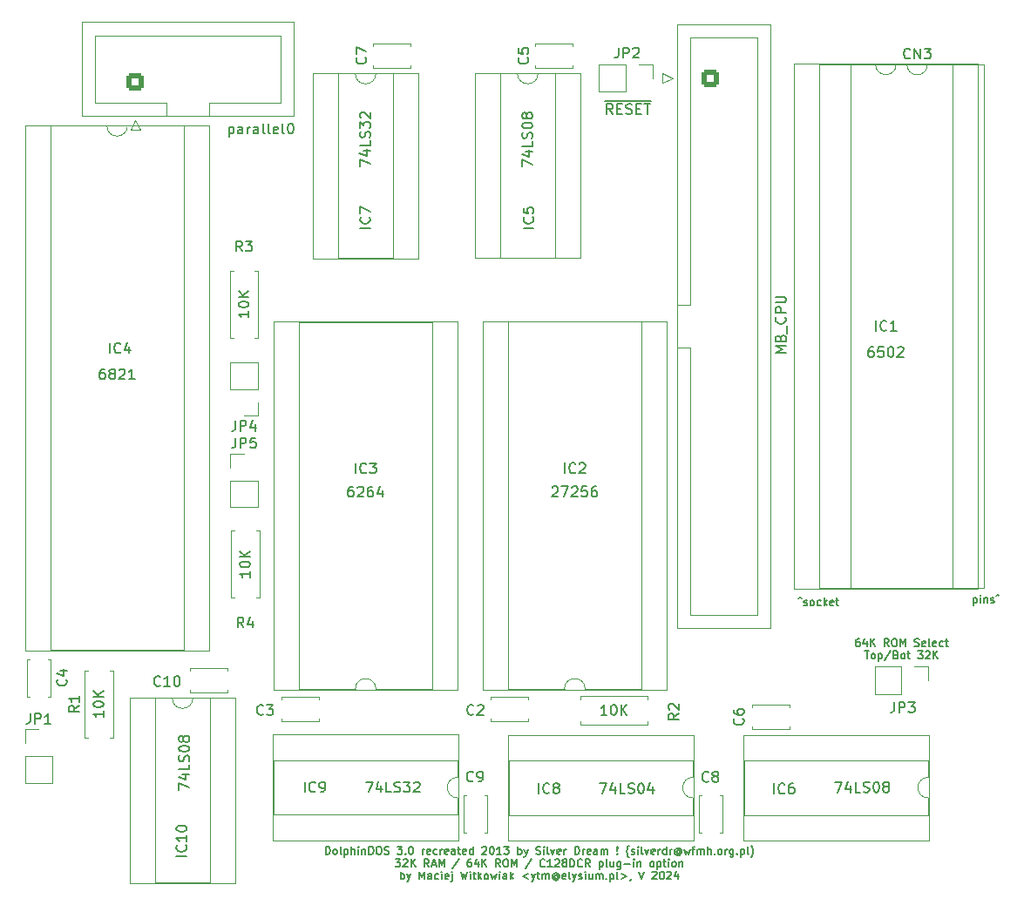
<source format=gto>
G04 #@! TF.GenerationSoftware,KiCad,Pcbnew,(6.0.11)*
G04 #@! TF.CreationDate,2024-05-04T19:15:30+02:00*
G04 #@! TF.ProjectId,dolphindos3-kicad,646f6c70-6869-46e6-946f-73332d6b6963,2*
G04 #@! TF.SameCoordinates,Original*
G04 #@! TF.FileFunction,Legend,Top*
G04 #@! TF.FilePolarity,Positive*
%FSLAX46Y46*%
G04 Gerber Fmt 4.6, Leading zero omitted, Abs format (unit mm)*
G04 Created by KiCad (PCBNEW (6.0.11)) date 2024-05-04 19:15:30*
%MOMM*%
%LPD*%
G01*
G04 APERTURE LIST*
G04 Aperture macros list*
%AMRoundRect*
0 Rectangle with rounded corners*
0 $1 Rounding radius*
0 $2 $3 $4 $5 $6 $7 $8 $9 X,Y pos of 4 corners*
0 Add a 4 corners polygon primitive as box body*
4,1,4,$2,$3,$4,$5,$6,$7,$8,$9,$2,$3,0*
0 Add four circle primitives for the rounded corners*
1,1,$1+$1,$2,$3*
1,1,$1+$1,$4,$5*
1,1,$1+$1,$6,$7*
1,1,$1+$1,$8,$9*
0 Add four rect primitives between the rounded corners*
20,1,$1+$1,$2,$3,$4,$5,0*
20,1,$1+$1,$4,$5,$6,$7,0*
20,1,$1+$1,$6,$7,$8,$9,0*
20,1,$1+$1,$8,$9,$2,$3,0*%
G04 Aperture macros list end*
%ADD10C,0.150000*%
%ADD11C,0.120000*%
%ADD12R,1.600000X1.600000*%
%ADD13O,1.600000X1.600000*%
%ADD14C,1.600000*%
%ADD15R,1.700000X1.700000*%
%ADD16O,1.700000X1.700000*%
%ADD17C,3.000000*%
%ADD18RoundRect,0.250000X-0.600000X-0.600000X0.600000X-0.600000X0.600000X0.600000X-0.600000X0.600000X0*%
%ADD19C,1.700000*%
%ADD20RoundRect,0.250000X0.600000X-0.600000X0.600000X0.600000X-0.600000X0.600000X-0.600000X-0.600000X0*%
G04 APERTURE END LIST*
D10*
X147445071Y-127347285D02*
X147445071Y-128097285D01*
X147445071Y-127383000D02*
X147516500Y-127347285D01*
X147659357Y-127347285D01*
X147730785Y-127383000D01*
X147766500Y-127418714D01*
X147802214Y-127490142D01*
X147802214Y-127704428D01*
X147766500Y-127775857D01*
X147730785Y-127811571D01*
X147659357Y-127847285D01*
X147516500Y-127847285D01*
X147445071Y-127811571D01*
X148123642Y-127847285D02*
X148123642Y-127347285D01*
X148123642Y-127097285D02*
X148087928Y-127133000D01*
X148123642Y-127168714D01*
X148159357Y-127133000D01*
X148123642Y-127097285D01*
X148123642Y-127168714D01*
X148480785Y-127347285D02*
X148480785Y-127847285D01*
X148480785Y-127418714D02*
X148516500Y-127383000D01*
X148587928Y-127347285D01*
X148695071Y-127347285D01*
X148766500Y-127383000D01*
X148802214Y-127454428D01*
X148802214Y-127847285D01*
X149123642Y-127811571D02*
X149195071Y-127847285D01*
X149337928Y-127847285D01*
X149409357Y-127811571D01*
X149445071Y-127740142D01*
X149445071Y-127704428D01*
X149409357Y-127633000D01*
X149337928Y-127597285D01*
X149230785Y-127597285D01*
X149159357Y-127561571D01*
X149123642Y-127490142D01*
X149123642Y-127454428D01*
X149159357Y-127383000D01*
X149230785Y-127347285D01*
X149337928Y-127347285D01*
X149409357Y-127383000D01*
X149659357Y-127168714D02*
X149802214Y-127061571D01*
X149945071Y-127168714D01*
X111606295Y-79053000D02*
X112606295Y-79053000D01*
X112415819Y-80335380D02*
X112082485Y-79859190D01*
X111844390Y-80335380D02*
X111844390Y-79335380D01*
X112225342Y-79335380D01*
X112320580Y-79383000D01*
X112368200Y-79430619D01*
X112415819Y-79525857D01*
X112415819Y-79668714D01*
X112368200Y-79763952D01*
X112320580Y-79811571D01*
X112225342Y-79859190D01*
X111844390Y-79859190D01*
X112606295Y-79053000D02*
X113511057Y-79053000D01*
X112844390Y-79811571D02*
X113177723Y-79811571D01*
X113320580Y-80335380D02*
X112844390Y-80335380D01*
X112844390Y-79335380D01*
X113320580Y-79335380D01*
X113511057Y-79053000D02*
X114463438Y-79053000D01*
X113701533Y-80287761D02*
X113844390Y-80335380D01*
X114082485Y-80335380D01*
X114177723Y-80287761D01*
X114225342Y-80240142D01*
X114272961Y-80144904D01*
X114272961Y-80049666D01*
X114225342Y-79954428D01*
X114177723Y-79906809D01*
X114082485Y-79859190D01*
X113892009Y-79811571D01*
X113796771Y-79763952D01*
X113749152Y-79716333D01*
X113701533Y-79621095D01*
X113701533Y-79525857D01*
X113749152Y-79430619D01*
X113796771Y-79383000D01*
X113892009Y-79335380D01*
X114130104Y-79335380D01*
X114272961Y-79383000D01*
X114463438Y-79053000D02*
X115368200Y-79053000D01*
X114701533Y-79811571D02*
X115034866Y-79811571D01*
X115177723Y-80335380D02*
X114701533Y-80335380D01*
X114701533Y-79335380D01*
X115177723Y-79335380D01*
X115368200Y-79053000D02*
X116130104Y-79053000D01*
X115463438Y-79335380D02*
X116034866Y-79335380D01*
X115749152Y-80335380D02*
X115749152Y-79335380D01*
X136372714Y-131319535D02*
X136229857Y-131319535D01*
X136158428Y-131355250D01*
X136122714Y-131390964D01*
X136051285Y-131498107D01*
X136015571Y-131640964D01*
X136015571Y-131926678D01*
X136051285Y-131998107D01*
X136087000Y-132033821D01*
X136158428Y-132069535D01*
X136301285Y-132069535D01*
X136372714Y-132033821D01*
X136408428Y-131998107D01*
X136444142Y-131926678D01*
X136444142Y-131748107D01*
X136408428Y-131676678D01*
X136372714Y-131640964D01*
X136301285Y-131605250D01*
X136158428Y-131605250D01*
X136087000Y-131640964D01*
X136051285Y-131676678D01*
X136015571Y-131748107D01*
X137087000Y-131569535D02*
X137087000Y-132069535D01*
X136908428Y-131283821D02*
X136729857Y-131819535D01*
X137194142Y-131819535D01*
X137479857Y-132069535D02*
X137479857Y-131319535D01*
X137908428Y-132069535D02*
X137587000Y-131640964D01*
X137908428Y-131319535D02*
X137479857Y-131748107D01*
X139229857Y-132069535D02*
X138979857Y-131712392D01*
X138801285Y-132069535D02*
X138801285Y-131319535D01*
X139087000Y-131319535D01*
X139158428Y-131355250D01*
X139194142Y-131390964D01*
X139229857Y-131462392D01*
X139229857Y-131569535D01*
X139194142Y-131640964D01*
X139158428Y-131676678D01*
X139087000Y-131712392D01*
X138801285Y-131712392D01*
X139694142Y-131319535D02*
X139837000Y-131319535D01*
X139908428Y-131355250D01*
X139979857Y-131426678D01*
X140015571Y-131569535D01*
X140015571Y-131819535D01*
X139979857Y-131962392D01*
X139908428Y-132033821D01*
X139837000Y-132069535D01*
X139694142Y-132069535D01*
X139622714Y-132033821D01*
X139551285Y-131962392D01*
X139515571Y-131819535D01*
X139515571Y-131569535D01*
X139551285Y-131426678D01*
X139622714Y-131355250D01*
X139694142Y-131319535D01*
X140337000Y-132069535D02*
X140337000Y-131319535D01*
X140587000Y-131855250D01*
X140837000Y-131319535D01*
X140837000Y-132069535D01*
X141729857Y-132033821D02*
X141837000Y-132069535D01*
X142015571Y-132069535D01*
X142087000Y-132033821D01*
X142122714Y-131998107D01*
X142158428Y-131926678D01*
X142158428Y-131855250D01*
X142122714Y-131783821D01*
X142087000Y-131748107D01*
X142015571Y-131712392D01*
X141872714Y-131676678D01*
X141801285Y-131640964D01*
X141765571Y-131605250D01*
X141729857Y-131533821D01*
X141729857Y-131462392D01*
X141765571Y-131390964D01*
X141801285Y-131355250D01*
X141872714Y-131319535D01*
X142051285Y-131319535D01*
X142158428Y-131355250D01*
X142765571Y-132033821D02*
X142694142Y-132069535D01*
X142551285Y-132069535D01*
X142479857Y-132033821D01*
X142444142Y-131962392D01*
X142444142Y-131676678D01*
X142479857Y-131605250D01*
X142551285Y-131569535D01*
X142694142Y-131569535D01*
X142765571Y-131605250D01*
X142801285Y-131676678D01*
X142801285Y-131748107D01*
X142444142Y-131819535D01*
X143229857Y-132069535D02*
X143158428Y-132033821D01*
X143122714Y-131962392D01*
X143122714Y-131319535D01*
X143801285Y-132033821D02*
X143729857Y-132069535D01*
X143587000Y-132069535D01*
X143515571Y-132033821D01*
X143479857Y-131962392D01*
X143479857Y-131676678D01*
X143515571Y-131605250D01*
X143587000Y-131569535D01*
X143729857Y-131569535D01*
X143801285Y-131605250D01*
X143837000Y-131676678D01*
X143837000Y-131748107D01*
X143479857Y-131819535D01*
X144479857Y-132033821D02*
X144408428Y-132069535D01*
X144265571Y-132069535D01*
X144194142Y-132033821D01*
X144158428Y-131998107D01*
X144122714Y-131926678D01*
X144122714Y-131712392D01*
X144158428Y-131640964D01*
X144194142Y-131605250D01*
X144265571Y-131569535D01*
X144408428Y-131569535D01*
X144479857Y-131605250D01*
X144694142Y-131569535D02*
X144979857Y-131569535D01*
X144801285Y-131319535D02*
X144801285Y-131962392D01*
X144837000Y-132033821D01*
X144908428Y-132069535D01*
X144979857Y-132069535D01*
X136872714Y-132527035D02*
X137301285Y-132527035D01*
X137087000Y-133277035D02*
X137087000Y-132527035D01*
X137658428Y-133277035D02*
X137587000Y-133241321D01*
X137551285Y-133205607D01*
X137515571Y-133134178D01*
X137515571Y-132919892D01*
X137551285Y-132848464D01*
X137587000Y-132812750D01*
X137658428Y-132777035D01*
X137765571Y-132777035D01*
X137837000Y-132812750D01*
X137872714Y-132848464D01*
X137908428Y-132919892D01*
X137908428Y-133134178D01*
X137872714Y-133205607D01*
X137837000Y-133241321D01*
X137765571Y-133277035D01*
X137658428Y-133277035D01*
X138229857Y-132777035D02*
X138229857Y-133527035D01*
X138229857Y-132812750D02*
X138301285Y-132777035D01*
X138444142Y-132777035D01*
X138515571Y-132812750D01*
X138551285Y-132848464D01*
X138587000Y-132919892D01*
X138587000Y-133134178D01*
X138551285Y-133205607D01*
X138515571Y-133241321D01*
X138444142Y-133277035D01*
X138301285Y-133277035D01*
X138229857Y-133241321D01*
X139444142Y-132491321D02*
X138801285Y-133455607D01*
X139944142Y-132884178D02*
X140051285Y-132919892D01*
X140087000Y-132955607D01*
X140122714Y-133027035D01*
X140122714Y-133134178D01*
X140087000Y-133205607D01*
X140051285Y-133241321D01*
X139979857Y-133277035D01*
X139694142Y-133277035D01*
X139694142Y-132527035D01*
X139944142Y-132527035D01*
X140015571Y-132562750D01*
X140051285Y-132598464D01*
X140087000Y-132669892D01*
X140087000Y-132741321D01*
X140051285Y-132812750D01*
X140015571Y-132848464D01*
X139944142Y-132884178D01*
X139694142Y-132884178D01*
X140551285Y-133277035D02*
X140479857Y-133241321D01*
X140444142Y-133205607D01*
X140408428Y-133134178D01*
X140408428Y-132919892D01*
X140444142Y-132848464D01*
X140479857Y-132812750D01*
X140551285Y-132777035D01*
X140658428Y-132777035D01*
X140729857Y-132812750D01*
X140765571Y-132848464D01*
X140801285Y-132919892D01*
X140801285Y-133134178D01*
X140765571Y-133205607D01*
X140729857Y-133241321D01*
X140658428Y-133277035D01*
X140551285Y-133277035D01*
X141015571Y-132777035D02*
X141301285Y-132777035D01*
X141122714Y-132527035D02*
X141122714Y-133169892D01*
X141158428Y-133241321D01*
X141229857Y-133277035D01*
X141301285Y-133277035D01*
X142051285Y-132527035D02*
X142515571Y-132527035D01*
X142265571Y-132812750D01*
X142372714Y-132812750D01*
X142444142Y-132848464D01*
X142479857Y-132884178D01*
X142515571Y-132955607D01*
X142515571Y-133134178D01*
X142479857Y-133205607D01*
X142444142Y-133241321D01*
X142372714Y-133277035D01*
X142158428Y-133277035D01*
X142087000Y-133241321D01*
X142051285Y-133205607D01*
X142801285Y-132598464D02*
X142837000Y-132562750D01*
X142908428Y-132527035D01*
X143087000Y-132527035D01*
X143158428Y-132562750D01*
X143194142Y-132598464D01*
X143229857Y-132669892D01*
X143229857Y-132741321D01*
X143194142Y-132848464D01*
X142765571Y-133277035D01*
X143229857Y-133277035D01*
X143551285Y-133277035D02*
X143551285Y-132527035D01*
X143979857Y-133277035D02*
X143658428Y-132848464D01*
X143979857Y-132527035D02*
X143551285Y-132955607D01*
X130470928Y-127422714D02*
X130613785Y-127315571D01*
X130756642Y-127422714D01*
X130970928Y-128065571D02*
X131042357Y-128101285D01*
X131185214Y-128101285D01*
X131256642Y-128065571D01*
X131292357Y-127994142D01*
X131292357Y-127958428D01*
X131256642Y-127887000D01*
X131185214Y-127851285D01*
X131078071Y-127851285D01*
X131006642Y-127815571D01*
X130970928Y-127744142D01*
X130970928Y-127708428D01*
X131006642Y-127637000D01*
X131078071Y-127601285D01*
X131185214Y-127601285D01*
X131256642Y-127637000D01*
X131720928Y-128101285D02*
X131649500Y-128065571D01*
X131613785Y-128029857D01*
X131578071Y-127958428D01*
X131578071Y-127744142D01*
X131613785Y-127672714D01*
X131649500Y-127637000D01*
X131720928Y-127601285D01*
X131828071Y-127601285D01*
X131899500Y-127637000D01*
X131935214Y-127672714D01*
X131970928Y-127744142D01*
X131970928Y-127958428D01*
X131935214Y-128029857D01*
X131899500Y-128065571D01*
X131828071Y-128101285D01*
X131720928Y-128101285D01*
X132613785Y-128065571D02*
X132542357Y-128101285D01*
X132399500Y-128101285D01*
X132328071Y-128065571D01*
X132292357Y-128029857D01*
X132256642Y-127958428D01*
X132256642Y-127744142D01*
X132292357Y-127672714D01*
X132328071Y-127637000D01*
X132399500Y-127601285D01*
X132542357Y-127601285D01*
X132613785Y-127637000D01*
X132935214Y-128101285D02*
X132935214Y-127351285D01*
X133006642Y-127815571D02*
X133220928Y-128101285D01*
X133220928Y-127601285D02*
X132935214Y-127887000D01*
X133828071Y-128065571D02*
X133756642Y-128101285D01*
X133613785Y-128101285D01*
X133542357Y-128065571D01*
X133506642Y-127994142D01*
X133506642Y-127708428D01*
X133542357Y-127637000D01*
X133613785Y-127601285D01*
X133756642Y-127601285D01*
X133828071Y-127637000D01*
X133863785Y-127708428D01*
X133863785Y-127779857D01*
X133506642Y-127851285D01*
X134078071Y-127601285D02*
X134363785Y-127601285D01*
X134185214Y-127351285D02*
X134185214Y-127994142D01*
X134220928Y-128065571D01*
X134292357Y-128101285D01*
X134363785Y-128101285D01*
X84515142Y-152293785D02*
X84515142Y-151543785D01*
X84693714Y-151543785D01*
X84800857Y-151579500D01*
X84872285Y-151650928D01*
X84908000Y-151722357D01*
X84943714Y-151865214D01*
X84943714Y-151972357D01*
X84908000Y-152115214D01*
X84872285Y-152186642D01*
X84800857Y-152258071D01*
X84693714Y-152293785D01*
X84515142Y-152293785D01*
X85372285Y-152293785D02*
X85300857Y-152258071D01*
X85265142Y-152222357D01*
X85229428Y-152150928D01*
X85229428Y-151936642D01*
X85265142Y-151865214D01*
X85300857Y-151829500D01*
X85372285Y-151793785D01*
X85479428Y-151793785D01*
X85550857Y-151829500D01*
X85586571Y-151865214D01*
X85622285Y-151936642D01*
X85622285Y-152150928D01*
X85586571Y-152222357D01*
X85550857Y-152258071D01*
X85479428Y-152293785D01*
X85372285Y-152293785D01*
X86050857Y-152293785D02*
X85979428Y-152258071D01*
X85943714Y-152186642D01*
X85943714Y-151543785D01*
X86336571Y-151793785D02*
X86336571Y-152543785D01*
X86336571Y-151829500D02*
X86408000Y-151793785D01*
X86550857Y-151793785D01*
X86622285Y-151829500D01*
X86658000Y-151865214D01*
X86693714Y-151936642D01*
X86693714Y-152150928D01*
X86658000Y-152222357D01*
X86622285Y-152258071D01*
X86550857Y-152293785D01*
X86408000Y-152293785D01*
X86336571Y-152258071D01*
X87015142Y-152293785D02*
X87015142Y-151543785D01*
X87336571Y-152293785D02*
X87336571Y-151900928D01*
X87300857Y-151829500D01*
X87229428Y-151793785D01*
X87122285Y-151793785D01*
X87050857Y-151829500D01*
X87015142Y-151865214D01*
X87693714Y-152293785D02*
X87693714Y-151793785D01*
X87693714Y-151543785D02*
X87658000Y-151579500D01*
X87693714Y-151615214D01*
X87729428Y-151579500D01*
X87693714Y-151543785D01*
X87693714Y-151615214D01*
X88050857Y-151793785D02*
X88050857Y-152293785D01*
X88050857Y-151865214D02*
X88086571Y-151829500D01*
X88158000Y-151793785D01*
X88265142Y-151793785D01*
X88336571Y-151829500D01*
X88372285Y-151900928D01*
X88372285Y-152293785D01*
X88729428Y-152293785D02*
X88729428Y-151543785D01*
X88908000Y-151543785D01*
X89015142Y-151579500D01*
X89086571Y-151650928D01*
X89122285Y-151722357D01*
X89158000Y-151865214D01*
X89158000Y-151972357D01*
X89122285Y-152115214D01*
X89086571Y-152186642D01*
X89015142Y-152258071D01*
X88908000Y-152293785D01*
X88729428Y-152293785D01*
X89622285Y-151543785D02*
X89765142Y-151543785D01*
X89836571Y-151579500D01*
X89908000Y-151650928D01*
X89943714Y-151793785D01*
X89943714Y-152043785D01*
X89908000Y-152186642D01*
X89836571Y-152258071D01*
X89765142Y-152293785D01*
X89622285Y-152293785D01*
X89550857Y-152258071D01*
X89479428Y-152186642D01*
X89443714Y-152043785D01*
X89443714Y-151793785D01*
X89479428Y-151650928D01*
X89550857Y-151579500D01*
X89622285Y-151543785D01*
X90229428Y-152258071D02*
X90336571Y-152293785D01*
X90515142Y-152293785D01*
X90586571Y-152258071D01*
X90622285Y-152222357D01*
X90658000Y-152150928D01*
X90658000Y-152079500D01*
X90622285Y-152008071D01*
X90586571Y-151972357D01*
X90515142Y-151936642D01*
X90372285Y-151900928D01*
X90300857Y-151865214D01*
X90265142Y-151829500D01*
X90229428Y-151758071D01*
X90229428Y-151686642D01*
X90265142Y-151615214D01*
X90300857Y-151579500D01*
X90372285Y-151543785D01*
X90550857Y-151543785D01*
X90658000Y-151579500D01*
X91479428Y-151543785D02*
X91943714Y-151543785D01*
X91693714Y-151829500D01*
X91800857Y-151829500D01*
X91872285Y-151865214D01*
X91908000Y-151900928D01*
X91943714Y-151972357D01*
X91943714Y-152150928D01*
X91908000Y-152222357D01*
X91872285Y-152258071D01*
X91800857Y-152293785D01*
X91586571Y-152293785D01*
X91515142Y-152258071D01*
X91479428Y-152222357D01*
X92265142Y-152222357D02*
X92300857Y-152258071D01*
X92265142Y-152293785D01*
X92229428Y-152258071D01*
X92265142Y-152222357D01*
X92265142Y-152293785D01*
X92765142Y-151543785D02*
X92836571Y-151543785D01*
X92908000Y-151579500D01*
X92943714Y-151615214D01*
X92979428Y-151686642D01*
X93015142Y-151829500D01*
X93015142Y-152008071D01*
X92979428Y-152150928D01*
X92943714Y-152222357D01*
X92908000Y-152258071D01*
X92836571Y-152293785D01*
X92765142Y-152293785D01*
X92693714Y-152258071D01*
X92658000Y-152222357D01*
X92622285Y-152150928D01*
X92586571Y-152008071D01*
X92586571Y-151829500D01*
X92622285Y-151686642D01*
X92658000Y-151615214D01*
X92693714Y-151579500D01*
X92765142Y-151543785D01*
X93908000Y-152293785D02*
X93908000Y-151793785D01*
X93908000Y-151936642D02*
X93943714Y-151865214D01*
X93979428Y-151829500D01*
X94050857Y-151793785D01*
X94122285Y-151793785D01*
X94658000Y-152258071D02*
X94586571Y-152293785D01*
X94443714Y-152293785D01*
X94372285Y-152258071D01*
X94336571Y-152186642D01*
X94336571Y-151900928D01*
X94372285Y-151829500D01*
X94443714Y-151793785D01*
X94586571Y-151793785D01*
X94658000Y-151829500D01*
X94693714Y-151900928D01*
X94693714Y-151972357D01*
X94336571Y-152043785D01*
X95336571Y-152258071D02*
X95265142Y-152293785D01*
X95122285Y-152293785D01*
X95050857Y-152258071D01*
X95015142Y-152222357D01*
X94979428Y-152150928D01*
X94979428Y-151936642D01*
X95015142Y-151865214D01*
X95050857Y-151829500D01*
X95122285Y-151793785D01*
X95265142Y-151793785D01*
X95336571Y-151829500D01*
X95658000Y-152293785D02*
X95658000Y-151793785D01*
X95658000Y-151936642D02*
X95693714Y-151865214D01*
X95729428Y-151829500D01*
X95800857Y-151793785D01*
X95872285Y-151793785D01*
X96408000Y-152258071D02*
X96336571Y-152293785D01*
X96193714Y-152293785D01*
X96122285Y-152258071D01*
X96086571Y-152186642D01*
X96086571Y-151900928D01*
X96122285Y-151829500D01*
X96193714Y-151793785D01*
X96336571Y-151793785D01*
X96408000Y-151829500D01*
X96443714Y-151900928D01*
X96443714Y-151972357D01*
X96086571Y-152043785D01*
X97086571Y-152293785D02*
X97086571Y-151900928D01*
X97050857Y-151829500D01*
X96979428Y-151793785D01*
X96836571Y-151793785D01*
X96765142Y-151829500D01*
X97086571Y-152258071D02*
X97015142Y-152293785D01*
X96836571Y-152293785D01*
X96765142Y-152258071D01*
X96729428Y-152186642D01*
X96729428Y-152115214D01*
X96765142Y-152043785D01*
X96836571Y-152008071D01*
X97015142Y-152008071D01*
X97086571Y-151972357D01*
X97336571Y-151793785D02*
X97622285Y-151793785D01*
X97443714Y-151543785D02*
X97443714Y-152186642D01*
X97479428Y-152258071D01*
X97550857Y-152293785D01*
X97622285Y-152293785D01*
X98158000Y-152258071D02*
X98086571Y-152293785D01*
X97943714Y-152293785D01*
X97872285Y-152258071D01*
X97836571Y-152186642D01*
X97836571Y-151900928D01*
X97872285Y-151829500D01*
X97943714Y-151793785D01*
X98086571Y-151793785D01*
X98158000Y-151829500D01*
X98193714Y-151900928D01*
X98193714Y-151972357D01*
X97836571Y-152043785D01*
X98836571Y-152293785D02*
X98836571Y-151543785D01*
X98836571Y-152258071D02*
X98765142Y-152293785D01*
X98622285Y-152293785D01*
X98550857Y-152258071D01*
X98515142Y-152222357D01*
X98479428Y-152150928D01*
X98479428Y-151936642D01*
X98515142Y-151865214D01*
X98550857Y-151829500D01*
X98622285Y-151793785D01*
X98765142Y-151793785D01*
X98836571Y-151829500D01*
X99729428Y-151615214D02*
X99765142Y-151579500D01*
X99836571Y-151543785D01*
X100015142Y-151543785D01*
X100086571Y-151579500D01*
X100122285Y-151615214D01*
X100158000Y-151686642D01*
X100158000Y-151758071D01*
X100122285Y-151865214D01*
X99693714Y-152293785D01*
X100158000Y-152293785D01*
X100622285Y-151543785D02*
X100693714Y-151543785D01*
X100765142Y-151579500D01*
X100800857Y-151615214D01*
X100836571Y-151686642D01*
X100872285Y-151829500D01*
X100872285Y-152008071D01*
X100836571Y-152150928D01*
X100800857Y-152222357D01*
X100765142Y-152258071D01*
X100693714Y-152293785D01*
X100622285Y-152293785D01*
X100550857Y-152258071D01*
X100515142Y-152222357D01*
X100479428Y-152150928D01*
X100443714Y-152008071D01*
X100443714Y-151829500D01*
X100479428Y-151686642D01*
X100515142Y-151615214D01*
X100550857Y-151579500D01*
X100622285Y-151543785D01*
X101586571Y-152293785D02*
X101158000Y-152293785D01*
X101372285Y-152293785D02*
X101372285Y-151543785D01*
X101300857Y-151650928D01*
X101229428Y-151722357D01*
X101158000Y-151758071D01*
X101836571Y-151543785D02*
X102300857Y-151543785D01*
X102050857Y-151829500D01*
X102158000Y-151829500D01*
X102229428Y-151865214D01*
X102265142Y-151900928D01*
X102300857Y-151972357D01*
X102300857Y-152150928D01*
X102265142Y-152222357D01*
X102229428Y-152258071D01*
X102158000Y-152293785D01*
X101943714Y-152293785D01*
X101872285Y-152258071D01*
X101836571Y-152222357D01*
X103193714Y-152293785D02*
X103193714Y-151543785D01*
X103193714Y-151829500D02*
X103265142Y-151793785D01*
X103408000Y-151793785D01*
X103479428Y-151829500D01*
X103515142Y-151865214D01*
X103550857Y-151936642D01*
X103550857Y-152150928D01*
X103515142Y-152222357D01*
X103479428Y-152258071D01*
X103408000Y-152293785D01*
X103265142Y-152293785D01*
X103193714Y-152258071D01*
X103800857Y-151793785D02*
X103979428Y-152293785D01*
X104158000Y-151793785D02*
X103979428Y-152293785D01*
X103908000Y-152472357D01*
X103872285Y-152508071D01*
X103800857Y-152543785D01*
X104979428Y-152258071D02*
X105086571Y-152293785D01*
X105265142Y-152293785D01*
X105336571Y-152258071D01*
X105372285Y-152222357D01*
X105408000Y-152150928D01*
X105408000Y-152079500D01*
X105372285Y-152008071D01*
X105336571Y-151972357D01*
X105265142Y-151936642D01*
X105122285Y-151900928D01*
X105050857Y-151865214D01*
X105015142Y-151829500D01*
X104979428Y-151758071D01*
X104979428Y-151686642D01*
X105015142Y-151615214D01*
X105050857Y-151579500D01*
X105122285Y-151543785D01*
X105300857Y-151543785D01*
X105408000Y-151579500D01*
X105729428Y-152293785D02*
X105729428Y-151793785D01*
X105729428Y-151543785D02*
X105693714Y-151579500D01*
X105729428Y-151615214D01*
X105765142Y-151579500D01*
X105729428Y-151543785D01*
X105729428Y-151615214D01*
X106193714Y-152293785D02*
X106122285Y-152258071D01*
X106086571Y-152186642D01*
X106086571Y-151543785D01*
X106408000Y-151793785D02*
X106586571Y-152293785D01*
X106765142Y-151793785D01*
X107336571Y-152258071D02*
X107265142Y-152293785D01*
X107122285Y-152293785D01*
X107050857Y-152258071D01*
X107015142Y-152186642D01*
X107015142Y-151900928D01*
X107050857Y-151829500D01*
X107122285Y-151793785D01*
X107265142Y-151793785D01*
X107336571Y-151829500D01*
X107372285Y-151900928D01*
X107372285Y-151972357D01*
X107015142Y-152043785D01*
X107693714Y-152293785D02*
X107693714Y-151793785D01*
X107693714Y-151936642D02*
X107729428Y-151865214D01*
X107765142Y-151829500D01*
X107836571Y-151793785D01*
X107908000Y-151793785D01*
X108729428Y-152293785D02*
X108729428Y-151543785D01*
X108908000Y-151543785D01*
X109015142Y-151579500D01*
X109086571Y-151650928D01*
X109122285Y-151722357D01*
X109158000Y-151865214D01*
X109158000Y-151972357D01*
X109122285Y-152115214D01*
X109086571Y-152186642D01*
X109015142Y-152258071D01*
X108908000Y-152293785D01*
X108729428Y-152293785D01*
X109479428Y-152293785D02*
X109479428Y-151793785D01*
X109479428Y-151936642D02*
X109515142Y-151865214D01*
X109550857Y-151829500D01*
X109622285Y-151793785D01*
X109693714Y-151793785D01*
X110229428Y-152258071D02*
X110158000Y-152293785D01*
X110015142Y-152293785D01*
X109943714Y-152258071D01*
X109908000Y-152186642D01*
X109908000Y-151900928D01*
X109943714Y-151829500D01*
X110015142Y-151793785D01*
X110158000Y-151793785D01*
X110229428Y-151829500D01*
X110265142Y-151900928D01*
X110265142Y-151972357D01*
X109908000Y-152043785D01*
X110908000Y-152293785D02*
X110908000Y-151900928D01*
X110872285Y-151829500D01*
X110800857Y-151793785D01*
X110658000Y-151793785D01*
X110586571Y-151829500D01*
X110908000Y-152258071D02*
X110836571Y-152293785D01*
X110658000Y-152293785D01*
X110586571Y-152258071D01*
X110550857Y-152186642D01*
X110550857Y-152115214D01*
X110586571Y-152043785D01*
X110658000Y-152008071D01*
X110836571Y-152008071D01*
X110908000Y-151972357D01*
X111265142Y-152293785D02*
X111265142Y-151793785D01*
X111265142Y-151865214D02*
X111300857Y-151829500D01*
X111372285Y-151793785D01*
X111479428Y-151793785D01*
X111550857Y-151829500D01*
X111586571Y-151900928D01*
X111586571Y-152293785D01*
X111586571Y-151900928D02*
X111622285Y-151829500D01*
X111693714Y-151793785D01*
X111800857Y-151793785D01*
X111872285Y-151829500D01*
X111908000Y-151900928D01*
X111908000Y-152293785D01*
X112836571Y-152222357D02*
X112872285Y-152258071D01*
X112836571Y-152293785D01*
X112800857Y-152258071D01*
X112836571Y-152222357D01*
X112836571Y-152293785D01*
X112836571Y-152008071D02*
X112800857Y-151579500D01*
X112836571Y-151543785D01*
X112872285Y-151579500D01*
X112836571Y-152008071D01*
X112836571Y-151543785D01*
X113979428Y-152579500D02*
X113943714Y-152543785D01*
X113872285Y-152436642D01*
X113836571Y-152365214D01*
X113800857Y-152258071D01*
X113765142Y-152079500D01*
X113765142Y-151936642D01*
X113800857Y-151758071D01*
X113836571Y-151650928D01*
X113872285Y-151579500D01*
X113943714Y-151472357D01*
X113979428Y-151436642D01*
X114229428Y-152258071D02*
X114300857Y-152293785D01*
X114443714Y-152293785D01*
X114515142Y-152258071D01*
X114550857Y-152186642D01*
X114550857Y-152150928D01*
X114515142Y-152079500D01*
X114443714Y-152043785D01*
X114336571Y-152043785D01*
X114265142Y-152008071D01*
X114229428Y-151936642D01*
X114229428Y-151900928D01*
X114265142Y-151829500D01*
X114336571Y-151793785D01*
X114443714Y-151793785D01*
X114515142Y-151829500D01*
X114872285Y-152293785D02*
X114872285Y-151793785D01*
X114872285Y-151543785D02*
X114836571Y-151579500D01*
X114872285Y-151615214D01*
X114908000Y-151579500D01*
X114872285Y-151543785D01*
X114872285Y-151615214D01*
X115336571Y-152293785D02*
X115265142Y-152258071D01*
X115229428Y-152186642D01*
X115229428Y-151543785D01*
X115550857Y-151793785D02*
X115729428Y-152293785D01*
X115908000Y-151793785D01*
X116479428Y-152258071D02*
X116408000Y-152293785D01*
X116265142Y-152293785D01*
X116193714Y-152258071D01*
X116158000Y-152186642D01*
X116158000Y-151900928D01*
X116193714Y-151829500D01*
X116265142Y-151793785D01*
X116408000Y-151793785D01*
X116479428Y-151829500D01*
X116515142Y-151900928D01*
X116515142Y-151972357D01*
X116158000Y-152043785D01*
X116836571Y-152293785D02*
X116836571Y-151793785D01*
X116836571Y-151936642D02*
X116872285Y-151865214D01*
X116908000Y-151829500D01*
X116979428Y-151793785D01*
X117050857Y-151793785D01*
X117622285Y-152293785D02*
X117622285Y-151543785D01*
X117622285Y-152258071D02*
X117550857Y-152293785D01*
X117408000Y-152293785D01*
X117336571Y-152258071D01*
X117300857Y-152222357D01*
X117265142Y-152150928D01*
X117265142Y-151936642D01*
X117300857Y-151865214D01*
X117336571Y-151829500D01*
X117408000Y-151793785D01*
X117550857Y-151793785D01*
X117622285Y-151829500D01*
X117979428Y-152293785D02*
X117979428Y-151793785D01*
X117979428Y-151936642D02*
X118015142Y-151865214D01*
X118050857Y-151829500D01*
X118122285Y-151793785D01*
X118193714Y-151793785D01*
X118908000Y-151936642D02*
X118872285Y-151900928D01*
X118800857Y-151865214D01*
X118729428Y-151865214D01*
X118658000Y-151900928D01*
X118622285Y-151936642D01*
X118586571Y-152008071D01*
X118586571Y-152079500D01*
X118622285Y-152150928D01*
X118658000Y-152186642D01*
X118729428Y-152222357D01*
X118800857Y-152222357D01*
X118872285Y-152186642D01*
X118908000Y-152150928D01*
X118908000Y-151865214D02*
X118908000Y-152150928D01*
X118943714Y-152186642D01*
X118979428Y-152186642D01*
X119050857Y-152150928D01*
X119086571Y-152079500D01*
X119086571Y-151900928D01*
X119015142Y-151793785D01*
X118908000Y-151722357D01*
X118765142Y-151686642D01*
X118622285Y-151722357D01*
X118515142Y-151793785D01*
X118443714Y-151900928D01*
X118408000Y-152043785D01*
X118443714Y-152186642D01*
X118515142Y-152293785D01*
X118622285Y-152365214D01*
X118765142Y-152400928D01*
X118908000Y-152365214D01*
X119015142Y-152293785D01*
X119336571Y-151793785D02*
X119479428Y-152293785D01*
X119622285Y-151936642D01*
X119765142Y-152293785D01*
X119908000Y-151793785D01*
X120086571Y-151793785D02*
X120372285Y-151793785D01*
X120193714Y-152293785D02*
X120193714Y-151650928D01*
X120229428Y-151579500D01*
X120300857Y-151543785D01*
X120372285Y-151543785D01*
X120622285Y-152293785D02*
X120622285Y-151793785D01*
X120622285Y-151865214D02*
X120658000Y-151829500D01*
X120729428Y-151793785D01*
X120836571Y-151793785D01*
X120908000Y-151829500D01*
X120943714Y-151900928D01*
X120943714Y-152293785D01*
X120943714Y-151900928D02*
X120979428Y-151829500D01*
X121050857Y-151793785D01*
X121158000Y-151793785D01*
X121229428Y-151829500D01*
X121265142Y-151900928D01*
X121265142Y-152293785D01*
X121622285Y-152293785D02*
X121622285Y-151543785D01*
X121943714Y-152293785D02*
X121943714Y-151900928D01*
X121908000Y-151829500D01*
X121836571Y-151793785D01*
X121729428Y-151793785D01*
X121658000Y-151829500D01*
X121622285Y-151865214D01*
X122300857Y-152222357D02*
X122336571Y-152258071D01*
X122300857Y-152293785D01*
X122265142Y-152258071D01*
X122300857Y-152222357D01*
X122300857Y-152293785D01*
X122765142Y-152293785D02*
X122693714Y-152258071D01*
X122657999Y-152222357D01*
X122622285Y-152150928D01*
X122622285Y-151936642D01*
X122657999Y-151865214D01*
X122693714Y-151829500D01*
X122765142Y-151793785D01*
X122872285Y-151793785D01*
X122943714Y-151829500D01*
X122979428Y-151865214D01*
X123015142Y-151936642D01*
X123015142Y-152150928D01*
X122979428Y-152222357D01*
X122943714Y-152258071D01*
X122872285Y-152293785D01*
X122765142Y-152293785D01*
X123336571Y-152293785D02*
X123336571Y-151793785D01*
X123336571Y-151936642D02*
X123372285Y-151865214D01*
X123407999Y-151829500D01*
X123479428Y-151793785D01*
X123550857Y-151793785D01*
X124122285Y-151793785D02*
X124122285Y-152400928D01*
X124086571Y-152472357D01*
X124050857Y-152508071D01*
X123979428Y-152543785D01*
X123872285Y-152543785D01*
X123800857Y-152508071D01*
X124122285Y-152258071D02*
X124050857Y-152293785D01*
X123907999Y-152293785D01*
X123836571Y-152258071D01*
X123800857Y-152222357D01*
X123765142Y-152150928D01*
X123765142Y-151936642D01*
X123800857Y-151865214D01*
X123836571Y-151829500D01*
X123907999Y-151793785D01*
X124050857Y-151793785D01*
X124122285Y-151829500D01*
X124479428Y-152222357D02*
X124515142Y-152258071D01*
X124479428Y-152293785D01*
X124443714Y-152258071D01*
X124479428Y-152222357D01*
X124479428Y-152293785D01*
X124836571Y-151793785D02*
X124836571Y-152543785D01*
X124836571Y-151829500D02*
X124907999Y-151793785D01*
X125050857Y-151793785D01*
X125122285Y-151829500D01*
X125157999Y-151865214D01*
X125193714Y-151936642D01*
X125193714Y-152150928D01*
X125157999Y-152222357D01*
X125122285Y-152258071D01*
X125050857Y-152293785D01*
X124907999Y-152293785D01*
X124836571Y-152258071D01*
X125622285Y-152293785D02*
X125550857Y-152258071D01*
X125515142Y-152186642D01*
X125515142Y-151543785D01*
X125836571Y-152579500D02*
X125872285Y-152543785D01*
X125943714Y-152436642D01*
X125979428Y-152365214D01*
X126015142Y-152258071D01*
X126050857Y-152079500D01*
X126050857Y-151936642D01*
X126015142Y-151758071D01*
X125979428Y-151650928D01*
X125943714Y-151579500D01*
X125872285Y-151472357D01*
X125836571Y-151436642D01*
X91300857Y-152751285D02*
X91765142Y-152751285D01*
X91515142Y-153037000D01*
X91622285Y-153037000D01*
X91693714Y-153072714D01*
X91729428Y-153108428D01*
X91765142Y-153179857D01*
X91765142Y-153358428D01*
X91729428Y-153429857D01*
X91693714Y-153465571D01*
X91622285Y-153501285D01*
X91408000Y-153501285D01*
X91336571Y-153465571D01*
X91300857Y-153429857D01*
X92050857Y-152822714D02*
X92086571Y-152787000D01*
X92158000Y-152751285D01*
X92336571Y-152751285D01*
X92408000Y-152787000D01*
X92443714Y-152822714D01*
X92479428Y-152894142D01*
X92479428Y-152965571D01*
X92443714Y-153072714D01*
X92015142Y-153501285D01*
X92479428Y-153501285D01*
X92800857Y-153501285D02*
X92800857Y-152751285D01*
X93229428Y-153501285D02*
X92908000Y-153072714D01*
X93229428Y-152751285D02*
X92800857Y-153179857D01*
X94550857Y-153501285D02*
X94300857Y-153144142D01*
X94122285Y-153501285D02*
X94122285Y-152751285D01*
X94408000Y-152751285D01*
X94479428Y-152787000D01*
X94515142Y-152822714D01*
X94550857Y-152894142D01*
X94550857Y-153001285D01*
X94515142Y-153072714D01*
X94479428Y-153108428D01*
X94408000Y-153144142D01*
X94122285Y-153144142D01*
X94836571Y-153287000D02*
X95193714Y-153287000D01*
X94765142Y-153501285D02*
X95015142Y-152751285D01*
X95265142Y-153501285D01*
X95515142Y-153501285D02*
X95515142Y-152751285D01*
X95765142Y-153287000D01*
X96015142Y-152751285D01*
X96015142Y-153501285D01*
X97479428Y-152715571D02*
X96836571Y-153679857D01*
X98622285Y-152751285D02*
X98479428Y-152751285D01*
X98408000Y-152787000D01*
X98372285Y-152822714D01*
X98300857Y-152929857D01*
X98265142Y-153072714D01*
X98265142Y-153358428D01*
X98300857Y-153429857D01*
X98336571Y-153465571D01*
X98408000Y-153501285D01*
X98550857Y-153501285D01*
X98622285Y-153465571D01*
X98658000Y-153429857D01*
X98693714Y-153358428D01*
X98693714Y-153179857D01*
X98658000Y-153108428D01*
X98622285Y-153072714D01*
X98550857Y-153037000D01*
X98408000Y-153037000D01*
X98336571Y-153072714D01*
X98300857Y-153108428D01*
X98265142Y-153179857D01*
X99336571Y-153001285D02*
X99336571Y-153501285D01*
X99158000Y-152715571D02*
X98979428Y-153251285D01*
X99443714Y-153251285D01*
X99729428Y-153501285D02*
X99729428Y-152751285D01*
X100158000Y-153501285D02*
X99836571Y-153072714D01*
X100158000Y-152751285D02*
X99729428Y-153179857D01*
X101479428Y-153501285D02*
X101229428Y-153144142D01*
X101050857Y-153501285D02*
X101050857Y-152751285D01*
X101336571Y-152751285D01*
X101408000Y-152787000D01*
X101443714Y-152822714D01*
X101479428Y-152894142D01*
X101479428Y-153001285D01*
X101443714Y-153072714D01*
X101408000Y-153108428D01*
X101336571Y-153144142D01*
X101050857Y-153144142D01*
X101943714Y-152751285D02*
X102086571Y-152751285D01*
X102158000Y-152787000D01*
X102229428Y-152858428D01*
X102265142Y-153001285D01*
X102265142Y-153251285D01*
X102229428Y-153394142D01*
X102158000Y-153465571D01*
X102086571Y-153501285D01*
X101943714Y-153501285D01*
X101872285Y-153465571D01*
X101800857Y-153394142D01*
X101765142Y-153251285D01*
X101765142Y-153001285D01*
X101800857Y-152858428D01*
X101872285Y-152787000D01*
X101943714Y-152751285D01*
X102586571Y-153501285D02*
X102586571Y-152751285D01*
X102836571Y-153287000D01*
X103086571Y-152751285D01*
X103086571Y-153501285D01*
X104550857Y-152715571D02*
X103908000Y-153679857D01*
X105800857Y-153429857D02*
X105765142Y-153465571D01*
X105658000Y-153501285D01*
X105586571Y-153501285D01*
X105479428Y-153465571D01*
X105408000Y-153394142D01*
X105372285Y-153322714D01*
X105336571Y-153179857D01*
X105336571Y-153072714D01*
X105372285Y-152929857D01*
X105408000Y-152858428D01*
X105479428Y-152787000D01*
X105586571Y-152751285D01*
X105658000Y-152751285D01*
X105765142Y-152787000D01*
X105800857Y-152822714D01*
X106515142Y-153501285D02*
X106086571Y-153501285D01*
X106300857Y-153501285D02*
X106300857Y-152751285D01*
X106229428Y-152858428D01*
X106158000Y-152929857D01*
X106086571Y-152965571D01*
X106800857Y-152822714D02*
X106836571Y-152787000D01*
X106908000Y-152751285D01*
X107086571Y-152751285D01*
X107158000Y-152787000D01*
X107193714Y-152822714D01*
X107229428Y-152894142D01*
X107229428Y-152965571D01*
X107193714Y-153072714D01*
X106765142Y-153501285D01*
X107229428Y-153501285D01*
X107658000Y-153072714D02*
X107586571Y-153037000D01*
X107550857Y-153001285D01*
X107515142Y-152929857D01*
X107515142Y-152894142D01*
X107550857Y-152822714D01*
X107586571Y-152787000D01*
X107658000Y-152751285D01*
X107800857Y-152751285D01*
X107872285Y-152787000D01*
X107908000Y-152822714D01*
X107943714Y-152894142D01*
X107943714Y-152929857D01*
X107908000Y-153001285D01*
X107872285Y-153037000D01*
X107800857Y-153072714D01*
X107658000Y-153072714D01*
X107586571Y-153108428D01*
X107550857Y-153144142D01*
X107515142Y-153215571D01*
X107515142Y-153358428D01*
X107550857Y-153429857D01*
X107586571Y-153465571D01*
X107658000Y-153501285D01*
X107800857Y-153501285D01*
X107872285Y-153465571D01*
X107908000Y-153429857D01*
X107943714Y-153358428D01*
X107943714Y-153215571D01*
X107908000Y-153144142D01*
X107872285Y-153108428D01*
X107800857Y-153072714D01*
X108265142Y-153501285D02*
X108265142Y-152751285D01*
X108443714Y-152751285D01*
X108550857Y-152787000D01*
X108622285Y-152858428D01*
X108658000Y-152929857D01*
X108693714Y-153072714D01*
X108693714Y-153179857D01*
X108658000Y-153322714D01*
X108622285Y-153394142D01*
X108550857Y-153465571D01*
X108443714Y-153501285D01*
X108265142Y-153501285D01*
X109443714Y-153429857D02*
X109408000Y-153465571D01*
X109300857Y-153501285D01*
X109229428Y-153501285D01*
X109122285Y-153465571D01*
X109050857Y-153394142D01*
X109015142Y-153322714D01*
X108979428Y-153179857D01*
X108979428Y-153072714D01*
X109015142Y-152929857D01*
X109050857Y-152858428D01*
X109122285Y-152787000D01*
X109229428Y-152751285D01*
X109300857Y-152751285D01*
X109408000Y-152787000D01*
X109443714Y-152822714D01*
X110193714Y-153501285D02*
X109943714Y-153144142D01*
X109765142Y-153501285D02*
X109765142Y-152751285D01*
X110050857Y-152751285D01*
X110122285Y-152787000D01*
X110158000Y-152822714D01*
X110193714Y-152894142D01*
X110193714Y-153001285D01*
X110158000Y-153072714D01*
X110122285Y-153108428D01*
X110050857Y-153144142D01*
X109765142Y-153144142D01*
X111086571Y-153001285D02*
X111086571Y-153751285D01*
X111086571Y-153037000D02*
X111158000Y-153001285D01*
X111300857Y-153001285D01*
X111372285Y-153037000D01*
X111408000Y-153072714D01*
X111443714Y-153144142D01*
X111443714Y-153358428D01*
X111408000Y-153429857D01*
X111372285Y-153465571D01*
X111300857Y-153501285D01*
X111158000Y-153501285D01*
X111086571Y-153465571D01*
X111872285Y-153501285D02*
X111800857Y-153465571D01*
X111765142Y-153394142D01*
X111765142Y-152751285D01*
X112479428Y-153001285D02*
X112479428Y-153501285D01*
X112158000Y-153001285D02*
X112158000Y-153394142D01*
X112193714Y-153465571D01*
X112265142Y-153501285D01*
X112372285Y-153501285D01*
X112443714Y-153465571D01*
X112479428Y-153429857D01*
X113158000Y-153001285D02*
X113158000Y-153608428D01*
X113122285Y-153679857D01*
X113086571Y-153715571D01*
X113015142Y-153751285D01*
X112908000Y-153751285D01*
X112836571Y-153715571D01*
X113158000Y-153465571D02*
X113086571Y-153501285D01*
X112943714Y-153501285D01*
X112872285Y-153465571D01*
X112836571Y-153429857D01*
X112800857Y-153358428D01*
X112800857Y-153144142D01*
X112836571Y-153072714D01*
X112872285Y-153037000D01*
X112943714Y-153001285D01*
X113086571Y-153001285D01*
X113158000Y-153037000D01*
X113515142Y-153215571D02*
X114086571Y-153215571D01*
X114443714Y-153501285D02*
X114443714Y-153001285D01*
X114443714Y-152751285D02*
X114408000Y-152787000D01*
X114443714Y-152822714D01*
X114479428Y-152787000D01*
X114443714Y-152751285D01*
X114443714Y-152822714D01*
X114800857Y-153001285D02*
X114800857Y-153501285D01*
X114800857Y-153072714D02*
X114836571Y-153037000D01*
X114908000Y-153001285D01*
X115015142Y-153001285D01*
X115086571Y-153037000D01*
X115122285Y-153108428D01*
X115122285Y-153501285D01*
X116158000Y-153501285D02*
X116086571Y-153465571D01*
X116050857Y-153429857D01*
X116015142Y-153358428D01*
X116015142Y-153144142D01*
X116050857Y-153072714D01*
X116086571Y-153037000D01*
X116158000Y-153001285D01*
X116265142Y-153001285D01*
X116336571Y-153037000D01*
X116372285Y-153072714D01*
X116408000Y-153144142D01*
X116408000Y-153358428D01*
X116372285Y-153429857D01*
X116336571Y-153465571D01*
X116265142Y-153501285D01*
X116158000Y-153501285D01*
X116729428Y-153001285D02*
X116729428Y-153751285D01*
X116729428Y-153037000D02*
X116800857Y-153001285D01*
X116943714Y-153001285D01*
X117015142Y-153037000D01*
X117050857Y-153072714D01*
X117086571Y-153144142D01*
X117086571Y-153358428D01*
X117050857Y-153429857D01*
X117015142Y-153465571D01*
X116943714Y-153501285D01*
X116800857Y-153501285D01*
X116729428Y-153465571D01*
X117300857Y-153001285D02*
X117586571Y-153001285D01*
X117408000Y-152751285D02*
X117408000Y-153394142D01*
X117443714Y-153465571D01*
X117515142Y-153501285D01*
X117586571Y-153501285D01*
X117836571Y-153501285D02*
X117836571Y-153001285D01*
X117836571Y-152751285D02*
X117800857Y-152787000D01*
X117836571Y-152822714D01*
X117872285Y-152787000D01*
X117836571Y-152751285D01*
X117836571Y-152822714D01*
X118300857Y-153501285D02*
X118229428Y-153465571D01*
X118193714Y-153429857D01*
X118158000Y-153358428D01*
X118158000Y-153144142D01*
X118193714Y-153072714D01*
X118229428Y-153037000D01*
X118300857Y-153001285D01*
X118408000Y-153001285D01*
X118479428Y-153037000D01*
X118515142Y-153072714D01*
X118550857Y-153144142D01*
X118550857Y-153358428D01*
X118515142Y-153429857D01*
X118479428Y-153465571D01*
X118408000Y-153501285D01*
X118300857Y-153501285D01*
X118872285Y-153001285D02*
X118872285Y-153501285D01*
X118872285Y-153072714D02*
X118908000Y-153037000D01*
X118979428Y-153001285D01*
X119086571Y-153001285D01*
X119158000Y-153037000D01*
X119193714Y-153108428D01*
X119193714Y-153501285D01*
X91783000Y-154708785D02*
X91783000Y-153958785D01*
X91783000Y-154244500D02*
X91854428Y-154208785D01*
X91997285Y-154208785D01*
X92068714Y-154244500D01*
X92104428Y-154280214D01*
X92140142Y-154351642D01*
X92140142Y-154565928D01*
X92104428Y-154637357D01*
X92068714Y-154673071D01*
X91997285Y-154708785D01*
X91854428Y-154708785D01*
X91783000Y-154673071D01*
X92390142Y-154208785D02*
X92568714Y-154708785D01*
X92747285Y-154208785D02*
X92568714Y-154708785D01*
X92497285Y-154887357D01*
X92461571Y-154923071D01*
X92390142Y-154958785D01*
X93604428Y-154708785D02*
X93604428Y-153958785D01*
X93854428Y-154494500D01*
X94104428Y-153958785D01*
X94104428Y-154708785D01*
X94783000Y-154708785D02*
X94783000Y-154315928D01*
X94747285Y-154244500D01*
X94675857Y-154208785D01*
X94533000Y-154208785D01*
X94461571Y-154244500D01*
X94783000Y-154673071D02*
X94711571Y-154708785D01*
X94533000Y-154708785D01*
X94461571Y-154673071D01*
X94425857Y-154601642D01*
X94425857Y-154530214D01*
X94461571Y-154458785D01*
X94533000Y-154423071D01*
X94711571Y-154423071D01*
X94783000Y-154387357D01*
X95461571Y-154673071D02*
X95390142Y-154708785D01*
X95247285Y-154708785D01*
X95175857Y-154673071D01*
X95140142Y-154637357D01*
X95104428Y-154565928D01*
X95104428Y-154351642D01*
X95140142Y-154280214D01*
X95175857Y-154244500D01*
X95247285Y-154208785D01*
X95390142Y-154208785D01*
X95461571Y-154244500D01*
X95783000Y-154708785D02*
X95783000Y-154208785D01*
X95783000Y-153958785D02*
X95747285Y-153994500D01*
X95783000Y-154030214D01*
X95818714Y-153994500D01*
X95783000Y-153958785D01*
X95783000Y-154030214D01*
X96425857Y-154673071D02*
X96354428Y-154708785D01*
X96211571Y-154708785D01*
X96140142Y-154673071D01*
X96104428Y-154601642D01*
X96104428Y-154315928D01*
X96140142Y-154244500D01*
X96211571Y-154208785D01*
X96354428Y-154208785D01*
X96425857Y-154244500D01*
X96461571Y-154315928D01*
X96461571Y-154387357D01*
X96104428Y-154458785D01*
X96783000Y-154208785D02*
X96783000Y-154851642D01*
X96747285Y-154923071D01*
X96675857Y-154958785D01*
X96640142Y-154958785D01*
X96783000Y-153958785D02*
X96747285Y-153994500D01*
X96783000Y-154030214D01*
X96818714Y-153994500D01*
X96783000Y-153958785D01*
X96783000Y-154030214D01*
X97640142Y-153958785D02*
X97818714Y-154708785D01*
X97961571Y-154173071D01*
X98104428Y-154708785D01*
X98283000Y-153958785D01*
X98568714Y-154708785D02*
X98568714Y-154208785D01*
X98568714Y-153958785D02*
X98533000Y-153994500D01*
X98568714Y-154030214D01*
X98604428Y-153994500D01*
X98568714Y-153958785D01*
X98568714Y-154030214D01*
X98818714Y-154208785D02*
X99104428Y-154208785D01*
X98925857Y-153958785D02*
X98925857Y-154601642D01*
X98961571Y-154673071D01*
X99033000Y-154708785D01*
X99104428Y-154708785D01*
X99354428Y-154708785D02*
X99354428Y-153958785D01*
X99425857Y-154423071D02*
X99640142Y-154708785D01*
X99640142Y-154208785D02*
X99354428Y-154494500D01*
X100068714Y-154708785D02*
X99997285Y-154673071D01*
X99961571Y-154637357D01*
X99925857Y-154565928D01*
X99925857Y-154351642D01*
X99961571Y-154280214D01*
X99997285Y-154244500D01*
X100068714Y-154208785D01*
X100175857Y-154208785D01*
X100247285Y-154244500D01*
X100283000Y-154280214D01*
X100318714Y-154351642D01*
X100318714Y-154565928D01*
X100283000Y-154637357D01*
X100247285Y-154673071D01*
X100175857Y-154708785D01*
X100068714Y-154708785D01*
X100568714Y-154208785D02*
X100711571Y-154708785D01*
X100854428Y-154351642D01*
X100997285Y-154708785D01*
X101140142Y-154208785D01*
X101425857Y-154708785D02*
X101425857Y-154208785D01*
X101425857Y-153958785D02*
X101390142Y-153994500D01*
X101425857Y-154030214D01*
X101461571Y-153994500D01*
X101425857Y-153958785D01*
X101425857Y-154030214D01*
X102104428Y-154708785D02*
X102104428Y-154315928D01*
X102068714Y-154244500D01*
X101997285Y-154208785D01*
X101854428Y-154208785D01*
X101783000Y-154244500D01*
X102104428Y-154673071D02*
X102033000Y-154708785D01*
X101854428Y-154708785D01*
X101783000Y-154673071D01*
X101747285Y-154601642D01*
X101747285Y-154530214D01*
X101783000Y-154458785D01*
X101854428Y-154423071D01*
X102033000Y-154423071D01*
X102104428Y-154387357D01*
X102461571Y-154708785D02*
X102461571Y-153958785D01*
X102533000Y-154423071D02*
X102747285Y-154708785D01*
X102747285Y-154208785D02*
X102461571Y-154494500D01*
X104211571Y-154208785D02*
X103640142Y-154423071D01*
X104211571Y-154637357D01*
X104497285Y-154208785D02*
X104675857Y-154708785D01*
X104854428Y-154208785D02*
X104675857Y-154708785D01*
X104604428Y-154887357D01*
X104568714Y-154923071D01*
X104497285Y-154958785D01*
X105033000Y-154208785D02*
X105318714Y-154208785D01*
X105140142Y-153958785D02*
X105140142Y-154601642D01*
X105175857Y-154673071D01*
X105247285Y-154708785D01*
X105318714Y-154708785D01*
X105568714Y-154708785D02*
X105568714Y-154208785D01*
X105568714Y-154280214D02*
X105604428Y-154244500D01*
X105675857Y-154208785D01*
X105783000Y-154208785D01*
X105854428Y-154244500D01*
X105890142Y-154315928D01*
X105890142Y-154708785D01*
X105890142Y-154315928D02*
X105925857Y-154244500D01*
X105997285Y-154208785D01*
X106104428Y-154208785D01*
X106175857Y-154244500D01*
X106211571Y-154315928D01*
X106211571Y-154708785D01*
X107033000Y-154351642D02*
X106997285Y-154315928D01*
X106925857Y-154280214D01*
X106854428Y-154280214D01*
X106783000Y-154315928D01*
X106747285Y-154351642D01*
X106711571Y-154423071D01*
X106711571Y-154494500D01*
X106747285Y-154565928D01*
X106783000Y-154601642D01*
X106854428Y-154637357D01*
X106925857Y-154637357D01*
X106997285Y-154601642D01*
X107033000Y-154565928D01*
X107033000Y-154280214D02*
X107033000Y-154565928D01*
X107068714Y-154601642D01*
X107104428Y-154601642D01*
X107175857Y-154565928D01*
X107211571Y-154494500D01*
X107211571Y-154315928D01*
X107140142Y-154208785D01*
X107033000Y-154137357D01*
X106890142Y-154101642D01*
X106747285Y-154137357D01*
X106640142Y-154208785D01*
X106568714Y-154315928D01*
X106533000Y-154458785D01*
X106568714Y-154601642D01*
X106640142Y-154708785D01*
X106747285Y-154780214D01*
X106890142Y-154815928D01*
X107033000Y-154780214D01*
X107140142Y-154708785D01*
X107818714Y-154673071D02*
X107747285Y-154708785D01*
X107604428Y-154708785D01*
X107533000Y-154673071D01*
X107497285Y-154601642D01*
X107497285Y-154315928D01*
X107533000Y-154244500D01*
X107604428Y-154208785D01*
X107747285Y-154208785D01*
X107818714Y-154244500D01*
X107854428Y-154315928D01*
X107854428Y-154387357D01*
X107497285Y-154458785D01*
X108283000Y-154708785D02*
X108211571Y-154673071D01*
X108175857Y-154601642D01*
X108175857Y-153958785D01*
X108497285Y-154208785D02*
X108675857Y-154708785D01*
X108854428Y-154208785D02*
X108675857Y-154708785D01*
X108604428Y-154887357D01*
X108568714Y-154923071D01*
X108497285Y-154958785D01*
X109104428Y-154673071D02*
X109175857Y-154708785D01*
X109318714Y-154708785D01*
X109390142Y-154673071D01*
X109425857Y-154601642D01*
X109425857Y-154565928D01*
X109390142Y-154494500D01*
X109318714Y-154458785D01*
X109211571Y-154458785D01*
X109140142Y-154423071D01*
X109104428Y-154351642D01*
X109104428Y-154315928D01*
X109140142Y-154244500D01*
X109211571Y-154208785D01*
X109318714Y-154208785D01*
X109390142Y-154244500D01*
X109747285Y-154708785D02*
X109747285Y-154208785D01*
X109747285Y-153958785D02*
X109711571Y-153994500D01*
X109747285Y-154030214D01*
X109783000Y-153994500D01*
X109747285Y-153958785D01*
X109747285Y-154030214D01*
X110425857Y-154208785D02*
X110425857Y-154708785D01*
X110104428Y-154208785D02*
X110104428Y-154601642D01*
X110140142Y-154673071D01*
X110211571Y-154708785D01*
X110318714Y-154708785D01*
X110390142Y-154673071D01*
X110425857Y-154637357D01*
X110783000Y-154708785D02*
X110783000Y-154208785D01*
X110783000Y-154280214D02*
X110818714Y-154244500D01*
X110890142Y-154208785D01*
X110997285Y-154208785D01*
X111068714Y-154244500D01*
X111104428Y-154315928D01*
X111104428Y-154708785D01*
X111104428Y-154315928D02*
X111140142Y-154244500D01*
X111211571Y-154208785D01*
X111318714Y-154208785D01*
X111390142Y-154244500D01*
X111425857Y-154315928D01*
X111425857Y-154708785D01*
X111783000Y-154637357D02*
X111818714Y-154673071D01*
X111783000Y-154708785D01*
X111747285Y-154673071D01*
X111783000Y-154637357D01*
X111783000Y-154708785D01*
X112140142Y-154208785D02*
X112140142Y-154958785D01*
X112140142Y-154244500D02*
X112211571Y-154208785D01*
X112354428Y-154208785D01*
X112425857Y-154244500D01*
X112461571Y-154280214D01*
X112497285Y-154351642D01*
X112497285Y-154565928D01*
X112461571Y-154637357D01*
X112425857Y-154673071D01*
X112354428Y-154708785D01*
X112211571Y-154708785D01*
X112140142Y-154673071D01*
X112925857Y-154708785D02*
X112854428Y-154673071D01*
X112818714Y-154601642D01*
X112818714Y-153958785D01*
X113211571Y-154208785D02*
X113783000Y-154423071D01*
X113211571Y-154637357D01*
X114175857Y-154673071D02*
X114175857Y-154708785D01*
X114140142Y-154780214D01*
X114104428Y-154815928D01*
X114961571Y-153958785D02*
X115211571Y-154708785D01*
X115461571Y-153958785D01*
X116247285Y-154030214D02*
X116283000Y-153994500D01*
X116354428Y-153958785D01*
X116533000Y-153958785D01*
X116604428Y-153994500D01*
X116640142Y-154030214D01*
X116675857Y-154101642D01*
X116675857Y-154173071D01*
X116640142Y-154280214D01*
X116211571Y-154708785D01*
X116675857Y-154708785D01*
X117140142Y-153958785D02*
X117211571Y-153958785D01*
X117283000Y-153994500D01*
X117318714Y-154030214D01*
X117354428Y-154101642D01*
X117390142Y-154244500D01*
X117390142Y-154423071D01*
X117354428Y-154565928D01*
X117318714Y-154637357D01*
X117283000Y-154673071D01*
X117211571Y-154708785D01*
X117140142Y-154708785D01*
X117068714Y-154673071D01*
X117033000Y-154637357D01*
X116997285Y-154565928D01*
X116961571Y-154423071D01*
X116961571Y-154244500D01*
X116997285Y-154101642D01*
X117033000Y-154030214D01*
X117068714Y-153994500D01*
X117140142Y-153958785D01*
X117675857Y-154030214D02*
X117711571Y-153994500D01*
X117783000Y-153958785D01*
X117961571Y-153958785D01*
X118033000Y-153994500D01*
X118068714Y-154030214D01*
X118104428Y-154101642D01*
X118104428Y-154173071D01*
X118068714Y-154280214D01*
X117640142Y-154708785D01*
X118104428Y-154708785D01*
X118747285Y-154208785D02*
X118747285Y-154708785D01*
X118568714Y-153923071D02*
X118390142Y-154458785D01*
X118854428Y-154458785D01*
X128055809Y-146398080D02*
X128055809Y-145398080D01*
X129103428Y-146302842D02*
X129055809Y-146350461D01*
X128912952Y-146398080D01*
X128817714Y-146398080D01*
X128674857Y-146350461D01*
X128579619Y-146255223D01*
X128532000Y-146159985D01*
X128484380Y-145969509D01*
X128484380Y-145826652D01*
X128532000Y-145636176D01*
X128579619Y-145540938D01*
X128674857Y-145445700D01*
X128817714Y-145398080D01*
X128912952Y-145398080D01*
X129055809Y-145445700D01*
X129103428Y-145493319D01*
X129960571Y-145398080D02*
X129770095Y-145398080D01*
X129674857Y-145445700D01*
X129627238Y-145493319D01*
X129532000Y-145636176D01*
X129484380Y-145826652D01*
X129484380Y-146207604D01*
X129532000Y-146302842D01*
X129579619Y-146350461D01*
X129674857Y-146398080D01*
X129865333Y-146398080D01*
X129960571Y-146350461D01*
X130008190Y-146302842D01*
X130055809Y-146207604D01*
X130055809Y-145969509D01*
X130008190Y-145874271D01*
X129960571Y-145826652D01*
X129865333Y-145779033D01*
X129674857Y-145779033D01*
X129579619Y-145826652D01*
X129532000Y-145874271D01*
X129484380Y-145969509D01*
X134009142Y-145258380D02*
X134675809Y-145258380D01*
X134247238Y-146258380D01*
X135485333Y-145591714D02*
X135485333Y-146258380D01*
X135247238Y-145210761D02*
X135009142Y-145925047D01*
X135628190Y-145925047D01*
X136485333Y-146258380D02*
X136009142Y-146258380D01*
X136009142Y-145258380D01*
X136771047Y-146210761D02*
X136913904Y-146258380D01*
X137152000Y-146258380D01*
X137247238Y-146210761D01*
X137294857Y-146163142D01*
X137342476Y-146067904D01*
X137342476Y-145972666D01*
X137294857Y-145877428D01*
X137247238Y-145829809D01*
X137152000Y-145782190D01*
X136961523Y-145734571D01*
X136866285Y-145686952D01*
X136818666Y-145639333D01*
X136771047Y-145544095D01*
X136771047Y-145448857D01*
X136818666Y-145353619D01*
X136866285Y-145306000D01*
X136961523Y-145258380D01*
X137199619Y-145258380D01*
X137342476Y-145306000D01*
X137961523Y-145258380D02*
X138056761Y-145258380D01*
X138152000Y-145306000D01*
X138199619Y-145353619D01*
X138247238Y-145448857D01*
X138294857Y-145639333D01*
X138294857Y-145877428D01*
X138247238Y-146067904D01*
X138199619Y-146163142D01*
X138152000Y-146210761D01*
X138056761Y-146258380D01*
X137961523Y-146258380D01*
X137866285Y-146210761D01*
X137818666Y-146163142D01*
X137771047Y-146067904D01*
X137723428Y-145877428D01*
X137723428Y-145639333D01*
X137771047Y-145448857D01*
X137818666Y-145353619D01*
X137866285Y-145306000D01*
X137961523Y-145258380D01*
X138866285Y-145686952D02*
X138771047Y-145639333D01*
X138723428Y-145591714D01*
X138675809Y-145496476D01*
X138675809Y-145448857D01*
X138723428Y-145353619D01*
X138771047Y-145306000D01*
X138866285Y-145258380D01*
X139056761Y-145258380D01*
X139152000Y-145306000D01*
X139199619Y-145353619D01*
X139247238Y-145448857D01*
X139247238Y-145496476D01*
X139199619Y-145591714D01*
X139152000Y-145639333D01*
X139056761Y-145686952D01*
X138866285Y-145686952D01*
X138771047Y-145734571D01*
X138723428Y-145782190D01*
X138675809Y-145877428D01*
X138675809Y-146067904D01*
X138723428Y-146163142D01*
X138771047Y-146210761D01*
X138866285Y-146258380D01*
X139056761Y-146258380D01*
X139152000Y-146210761D01*
X139199619Y-146163142D01*
X139247238Y-146067904D01*
X139247238Y-145877428D01*
X139199619Y-145782190D01*
X139152000Y-145734571D01*
X139056761Y-145686952D01*
X76541333Y-130246380D02*
X76208000Y-129770190D01*
X75969904Y-130246380D02*
X75969904Y-129246380D01*
X76350857Y-129246380D01*
X76446095Y-129294000D01*
X76493714Y-129341619D01*
X76541333Y-129436857D01*
X76541333Y-129579714D01*
X76493714Y-129674952D01*
X76446095Y-129722571D01*
X76350857Y-129770190D01*
X75969904Y-129770190D01*
X77398476Y-129579714D02*
X77398476Y-130246380D01*
X77160380Y-129198761D02*
X76922285Y-129913047D01*
X77541333Y-129913047D01*
X77160380Y-124769476D02*
X77160380Y-125340904D01*
X77160380Y-125055190D02*
X76160380Y-125055190D01*
X76303238Y-125150428D01*
X76398476Y-125245666D01*
X76446095Y-125340904D01*
X76160380Y-124150428D02*
X76160380Y-124055190D01*
X76208000Y-123959952D01*
X76255619Y-123912333D01*
X76350857Y-123864714D01*
X76541333Y-123817095D01*
X76779428Y-123817095D01*
X76969904Y-123864714D01*
X77065142Y-123912333D01*
X77112761Y-123959952D01*
X77160380Y-124055190D01*
X77160380Y-124150428D01*
X77112761Y-124245666D01*
X77065142Y-124293285D01*
X76969904Y-124340904D01*
X76779428Y-124388523D01*
X76541333Y-124388523D01*
X76350857Y-124340904D01*
X76255619Y-124293285D01*
X76208000Y-124245666D01*
X76160380Y-124150428D01*
X77160380Y-123388523D02*
X76160380Y-123388523D01*
X77160380Y-122817095D02*
X76588952Y-123245666D01*
X76160380Y-122817095D02*
X76731809Y-123388523D01*
X55808666Y-138600380D02*
X55808666Y-139314666D01*
X55761047Y-139457523D01*
X55665809Y-139552761D01*
X55522952Y-139600380D01*
X55427714Y-139600380D01*
X56284857Y-139600380D02*
X56284857Y-138600380D01*
X56665809Y-138600380D01*
X56761047Y-138648000D01*
X56808666Y-138695619D01*
X56856285Y-138790857D01*
X56856285Y-138933714D01*
X56808666Y-139028952D01*
X56761047Y-139076571D01*
X56665809Y-139124190D01*
X56284857Y-139124190D01*
X57808666Y-139600380D02*
X57237238Y-139600380D01*
X57522952Y-139600380D02*
X57522952Y-138600380D01*
X57427714Y-138743238D01*
X57332476Y-138838476D01*
X57237238Y-138886095D01*
X68440142Y-135853442D02*
X68392523Y-135901061D01*
X68249666Y-135948680D01*
X68154428Y-135948680D01*
X68011571Y-135901061D01*
X67916333Y-135805823D01*
X67868714Y-135710585D01*
X67821095Y-135520109D01*
X67821095Y-135377252D01*
X67868714Y-135186776D01*
X67916333Y-135091538D01*
X68011571Y-134996300D01*
X68154428Y-134948680D01*
X68249666Y-134948680D01*
X68392523Y-134996300D01*
X68440142Y-135043919D01*
X69392523Y-135948680D02*
X68821095Y-135948680D01*
X69106809Y-135948680D02*
X69106809Y-134948680D01*
X69011571Y-135091538D01*
X68916333Y-135186776D01*
X68821095Y-135234395D01*
X70011571Y-134948680D02*
X70106809Y-134948680D01*
X70202047Y-134996300D01*
X70249666Y-135043919D01*
X70297285Y-135139157D01*
X70344904Y-135329633D01*
X70344904Y-135567728D01*
X70297285Y-135758204D01*
X70249666Y-135853442D01*
X70202047Y-135901061D01*
X70106809Y-135948680D01*
X70011571Y-135948680D01*
X69916333Y-135901061D01*
X69868714Y-135853442D01*
X69821095Y-135758204D01*
X69773476Y-135567728D01*
X69773476Y-135329633D01*
X69821095Y-135139157D01*
X69868714Y-135043919D01*
X69916333Y-134996300D01*
X70011571Y-134948680D01*
X78446333Y-138660142D02*
X78398714Y-138707761D01*
X78255857Y-138755380D01*
X78160619Y-138755380D01*
X78017761Y-138707761D01*
X77922523Y-138612523D01*
X77874904Y-138517285D01*
X77827285Y-138326809D01*
X77827285Y-138183952D01*
X77874904Y-137993476D01*
X77922523Y-137898238D01*
X78017761Y-137803000D01*
X78160619Y-137755380D01*
X78255857Y-137755380D01*
X78398714Y-137803000D01*
X78446333Y-137850619D01*
X78779666Y-137755380D02*
X79398714Y-137755380D01*
X79065380Y-138136333D01*
X79208238Y-138136333D01*
X79303476Y-138183952D01*
X79351095Y-138231571D01*
X79398714Y-138326809D01*
X79398714Y-138564904D01*
X79351095Y-138660142D01*
X79303476Y-138707761D01*
X79208238Y-138755380D01*
X78922523Y-138755380D01*
X78827285Y-138707761D01*
X78779666Y-138660142D01*
X59299142Y-135294666D02*
X59346761Y-135342285D01*
X59394380Y-135485142D01*
X59394380Y-135580380D01*
X59346761Y-135723238D01*
X59251523Y-135818476D01*
X59156285Y-135866095D01*
X58965809Y-135913714D01*
X58822952Y-135913714D01*
X58632476Y-135866095D01*
X58537238Y-135818476D01*
X58442000Y-135723238D01*
X58394380Y-135580380D01*
X58394380Y-135485142D01*
X58442000Y-135342285D01*
X58489619Y-135294666D01*
X58727714Y-134437523D02*
X59394380Y-134437523D01*
X58346761Y-134675619D02*
X59061047Y-134913714D01*
X59061047Y-134294666D01*
X121702533Y-145157142D02*
X121654914Y-145204761D01*
X121512057Y-145252380D01*
X121416819Y-145252380D01*
X121273961Y-145204761D01*
X121178723Y-145109523D01*
X121131104Y-145014285D01*
X121083485Y-144823809D01*
X121083485Y-144680952D01*
X121131104Y-144490476D01*
X121178723Y-144395238D01*
X121273961Y-144300000D01*
X121416819Y-144252380D01*
X121512057Y-144252380D01*
X121654914Y-144300000D01*
X121702533Y-144347619D01*
X122273961Y-144680952D02*
X122178723Y-144633333D01*
X122131104Y-144585714D01*
X122083485Y-144490476D01*
X122083485Y-144442857D01*
X122131104Y-144347619D01*
X122178723Y-144300000D01*
X122273961Y-144252380D01*
X122464438Y-144252380D01*
X122559676Y-144300000D01*
X122607295Y-144347619D01*
X122654914Y-144442857D01*
X122654914Y-144490476D01*
X122607295Y-144585714D01*
X122559676Y-144633333D01*
X122464438Y-144680952D01*
X122273961Y-144680952D01*
X122178723Y-144728571D01*
X122131104Y-144776190D01*
X122083485Y-144871428D01*
X122083485Y-145061904D01*
X122131104Y-145157142D01*
X122178723Y-145204761D01*
X122273961Y-145252380D01*
X122464438Y-145252380D01*
X122559676Y-145204761D01*
X122607295Y-145157142D01*
X122654914Y-145061904D01*
X122654914Y-144871428D01*
X122607295Y-144776190D01*
X122559676Y-144728571D01*
X122464438Y-144680952D01*
X141290523Y-74862142D02*
X141242904Y-74909761D01*
X141100047Y-74957380D01*
X141004809Y-74957380D01*
X140861952Y-74909761D01*
X140766714Y-74814523D01*
X140719095Y-74719285D01*
X140671476Y-74528809D01*
X140671476Y-74385952D01*
X140719095Y-74195476D01*
X140766714Y-74100238D01*
X140861952Y-74005000D01*
X141004809Y-73957380D01*
X141100047Y-73957380D01*
X141242904Y-74005000D01*
X141290523Y-74052619D01*
X141719095Y-74957380D02*
X141719095Y-73957380D01*
X142290523Y-74957380D01*
X142290523Y-73957380D01*
X142671476Y-73957380D02*
X143290523Y-73957380D01*
X142957190Y-74338333D01*
X143100047Y-74338333D01*
X143195285Y-74385952D01*
X143242904Y-74433571D01*
X143290523Y-74528809D01*
X143290523Y-74766904D01*
X143242904Y-74862142D01*
X143195285Y-74909761D01*
X143100047Y-74957380D01*
X142814333Y-74957380D01*
X142719095Y-74909761D01*
X142671476Y-74862142D01*
X125051142Y-139104666D02*
X125098761Y-139152285D01*
X125146380Y-139295142D01*
X125146380Y-139390380D01*
X125098761Y-139533238D01*
X125003523Y-139628476D01*
X124908285Y-139676095D01*
X124717809Y-139723714D01*
X124574952Y-139723714D01*
X124384476Y-139676095D01*
X124289238Y-139628476D01*
X124194000Y-139533238D01*
X124146380Y-139390380D01*
X124146380Y-139295142D01*
X124194000Y-139152285D01*
X124241619Y-139104666D01*
X124146380Y-138247523D02*
X124146380Y-138438000D01*
X124194000Y-138533238D01*
X124241619Y-138580857D01*
X124384476Y-138676095D01*
X124574952Y-138723714D01*
X124955904Y-138723714D01*
X125051142Y-138676095D01*
X125098761Y-138628476D01*
X125146380Y-138533238D01*
X125146380Y-138342761D01*
X125098761Y-138247523D01*
X125051142Y-138199904D01*
X124955904Y-138152285D01*
X124717809Y-138152285D01*
X124622571Y-138199904D01*
X124574952Y-138247523D01*
X124527333Y-138342761D01*
X124527333Y-138533238D01*
X124574952Y-138628476D01*
X124622571Y-138676095D01*
X124717809Y-138723714D01*
X75747666Y-110118380D02*
X75747666Y-110832666D01*
X75700047Y-110975523D01*
X75604809Y-111070761D01*
X75461952Y-111118380D01*
X75366714Y-111118380D01*
X76223857Y-111118380D02*
X76223857Y-110118380D01*
X76604809Y-110118380D01*
X76700047Y-110166000D01*
X76747666Y-110213619D01*
X76795285Y-110308857D01*
X76795285Y-110451714D01*
X76747666Y-110546952D01*
X76700047Y-110594571D01*
X76604809Y-110642190D01*
X76223857Y-110642190D01*
X77652428Y-110451714D02*
X77652428Y-111118380D01*
X77414333Y-110070761D02*
X77176238Y-110785047D01*
X77795285Y-110785047D01*
X60566380Y-137834666D02*
X60090190Y-138168000D01*
X60566380Y-138406095D02*
X59566380Y-138406095D01*
X59566380Y-138025142D01*
X59614000Y-137929904D01*
X59661619Y-137882285D01*
X59756857Y-137834666D01*
X59899714Y-137834666D01*
X59994952Y-137882285D01*
X60042571Y-137929904D01*
X60090190Y-138025142D01*
X60090190Y-138406095D01*
X60566380Y-136882285D02*
X60566380Y-137453714D01*
X60566380Y-137168000D02*
X59566380Y-137168000D01*
X59709238Y-137263238D01*
X59804476Y-137358476D01*
X59852095Y-137453714D01*
X62936380Y-138358476D02*
X62936380Y-138929904D01*
X62936380Y-138644190D02*
X61936380Y-138644190D01*
X62079238Y-138739428D01*
X62174476Y-138834666D01*
X62222095Y-138929904D01*
X61936380Y-137739428D02*
X61936380Y-137644190D01*
X61984000Y-137548952D01*
X62031619Y-137501333D01*
X62126857Y-137453714D01*
X62317333Y-137406095D01*
X62555428Y-137406095D01*
X62745904Y-137453714D01*
X62841142Y-137501333D01*
X62888761Y-137548952D01*
X62936380Y-137644190D01*
X62936380Y-137739428D01*
X62888761Y-137834666D01*
X62841142Y-137882285D01*
X62745904Y-137929904D01*
X62555428Y-137977523D01*
X62317333Y-137977523D01*
X62126857Y-137929904D01*
X62031619Y-137882285D01*
X61984000Y-137834666D01*
X61936380Y-137739428D01*
X62936380Y-136977523D02*
X61936380Y-136977523D01*
X62936380Y-136406095D02*
X62364952Y-136834666D01*
X61936380Y-136406095D02*
X62507809Y-136977523D01*
X82469239Y-146238380D02*
X82469239Y-145238380D01*
X83516858Y-146143142D02*
X83469239Y-146190761D01*
X83326382Y-146238380D01*
X83231144Y-146238380D01*
X83088287Y-146190761D01*
X82993049Y-146095523D01*
X82945430Y-146000285D01*
X82897810Y-145809809D01*
X82897810Y-145666952D01*
X82945430Y-145476476D01*
X82993049Y-145381238D01*
X83088287Y-145286000D01*
X83231144Y-145238380D01*
X83326382Y-145238380D01*
X83469239Y-145286000D01*
X83516858Y-145333619D01*
X83993049Y-146238380D02*
X84183525Y-146238380D01*
X84278763Y-146190761D01*
X84326382Y-146143142D01*
X84421620Y-146000285D01*
X84469239Y-145809809D01*
X84469239Y-145428857D01*
X84421620Y-145333619D01*
X84374001Y-145286000D01*
X84278763Y-145238380D01*
X84088287Y-145238380D01*
X83993049Y-145286000D01*
X83945430Y-145333619D01*
X83897810Y-145428857D01*
X83897810Y-145666952D01*
X83945430Y-145762190D01*
X83993049Y-145809809D01*
X84088287Y-145857428D01*
X84278763Y-145857428D01*
X84374001Y-145809809D01*
X84421620Y-145762190D01*
X84469239Y-145666952D01*
X88422572Y-145248380D02*
X89089239Y-145248380D01*
X88660668Y-146248380D01*
X89898763Y-145581714D02*
X89898763Y-146248380D01*
X89660668Y-145200761D02*
X89422572Y-145915047D01*
X90041620Y-145915047D01*
X90898763Y-146248380D02*
X90422572Y-146248380D01*
X90422572Y-145248380D01*
X91184477Y-146200761D02*
X91327334Y-146248380D01*
X91565430Y-146248380D01*
X91660668Y-146200761D01*
X91708287Y-146153142D01*
X91755906Y-146057904D01*
X91755906Y-145962666D01*
X91708287Y-145867428D01*
X91660668Y-145819809D01*
X91565430Y-145772190D01*
X91374953Y-145724571D01*
X91279715Y-145676952D01*
X91232096Y-145629333D01*
X91184477Y-145534095D01*
X91184477Y-145438857D01*
X91232096Y-145343619D01*
X91279715Y-145296000D01*
X91374953Y-145248380D01*
X91613049Y-145248380D01*
X91755906Y-145296000D01*
X92089239Y-145248380D02*
X92708287Y-145248380D01*
X92374953Y-145629333D01*
X92517810Y-145629333D01*
X92613049Y-145676952D01*
X92660668Y-145724571D01*
X92708287Y-145819809D01*
X92708287Y-146057904D01*
X92660668Y-146153142D01*
X92613049Y-146200761D01*
X92517810Y-146248380D01*
X92232096Y-146248380D01*
X92136858Y-146200761D01*
X92089239Y-146153142D01*
X93089239Y-145343619D02*
X93136858Y-145296000D01*
X93232096Y-145248380D01*
X93470191Y-145248380D01*
X93565430Y-145296000D01*
X93613049Y-145343619D01*
X93660668Y-145438857D01*
X93660668Y-145534095D01*
X93613049Y-145676952D01*
X93041620Y-146248380D01*
X93660668Y-146248380D01*
X112958666Y-73874380D02*
X112958666Y-74588666D01*
X112911047Y-74731523D01*
X112815809Y-74826761D01*
X112672952Y-74874380D01*
X112577714Y-74874380D01*
X113434857Y-74874380D02*
X113434857Y-73874380D01*
X113815809Y-73874380D01*
X113911047Y-73922000D01*
X113958666Y-73969619D01*
X114006285Y-74064857D01*
X114006285Y-74207714D01*
X113958666Y-74302952D01*
X113911047Y-74350571D01*
X113815809Y-74398190D01*
X113434857Y-74398190D01*
X114387238Y-73969619D02*
X114434857Y-73922000D01*
X114530095Y-73874380D01*
X114768190Y-73874380D01*
X114863428Y-73922000D01*
X114911047Y-73969619D01*
X114958666Y-74064857D01*
X114958666Y-74160095D01*
X114911047Y-74302952D01*
X114339619Y-74874380D01*
X114958666Y-74874380D01*
X104116142Y-74842666D02*
X104163761Y-74890285D01*
X104211380Y-75033142D01*
X104211380Y-75128380D01*
X104163761Y-75271238D01*
X104068523Y-75366476D01*
X103973285Y-75414095D01*
X103782809Y-75461714D01*
X103639952Y-75461714D01*
X103449476Y-75414095D01*
X103354238Y-75366476D01*
X103259000Y-75271238D01*
X103211380Y-75128380D01*
X103211380Y-75033142D01*
X103259000Y-74890285D01*
X103306619Y-74842666D01*
X103211380Y-73937904D02*
X103211380Y-74414095D01*
X103687571Y-74461714D01*
X103639952Y-74414095D01*
X103592333Y-74318857D01*
X103592333Y-74080761D01*
X103639952Y-73985523D01*
X103687571Y-73937904D01*
X103782809Y-73890285D01*
X104020904Y-73890285D01*
X104116142Y-73937904D01*
X104163761Y-73985523D01*
X104211380Y-74080761D01*
X104211380Y-74318857D01*
X104163761Y-74414095D01*
X104116142Y-74461714D01*
X129220880Y-103558395D02*
X128220880Y-103558395D01*
X128935166Y-103225061D01*
X128220880Y-102891728D01*
X129220880Y-102891728D01*
X128697071Y-102082204D02*
X128744690Y-101939347D01*
X128792309Y-101891728D01*
X128887547Y-101844109D01*
X129030404Y-101844109D01*
X129125642Y-101891728D01*
X129173261Y-101939347D01*
X129220880Y-102034585D01*
X129220880Y-102415538D01*
X128220880Y-102415538D01*
X128220880Y-102082204D01*
X128268500Y-101986966D01*
X128316119Y-101939347D01*
X128411357Y-101891728D01*
X128506595Y-101891728D01*
X128601833Y-101939347D01*
X128649452Y-101986966D01*
X128697071Y-102082204D01*
X128697071Y-102415538D01*
X129316119Y-101653633D02*
X129316119Y-100891728D01*
X129125642Y-100082204D02*
X129173261Y-100129823D01*
X129220880Y-100272680D01*
X129220880Y-100367919D01*
X129173261Y-100510776D01*
X129078023Y-100606014D01*
X128982785Y-100653633D01*
X128792309Y-100701252D01*
X128649452Y-100701252D01*
X128458976Y-100653633D01*
X128363738Y-100606014D01*
X128268500Y-100510776D01*
X128220880Y-100367919D01*
X128220880Y-100272680D01*
X128268500Y-100129823D01*
X128316119Y-100082204D01*
X129220880Y-99653633D02*
X128220880Y-99653633D01*
X128220880Y-99272680D01*
X128268500Y-99177442D01*
X128316119Y-99129823D01*
X128411357Y-99082204D01*
X128554214Y-99082204D01*
X128649452Y-99129823D01*
X128697071Y-99177442D01*
X128744690Y-99272680D01*
X128744690Y-99653633D01*
X128220880Y-98653633D02*
X129030404Y-98653633D01*
X129125642Y-98606014D01*
X129173261Y-98558395D01*
X129220880Y-98463157D01*
X129220880Y-98272680D01*
X129173261Y-98177442D01*
X129125642Y-98129823D01*
X129030404Y-98082204D01*
X128220880Y-98082204D01*
X137966809Y-101407380D02*
X137966809Y-100407380D01*
X139014428Y-101312142D02*
X138966809Y-101359761D01*
X138823952Y-101407380D01*
X138728714Y-101407380D01*
X138585857Y-101359761D01*
X138490619Y-101264523D01*
X138443000Y-101169285D01*
X138395380Y-100978809D01*
X138395380Y-100835952D01*
X138443000Y-100645476D01*
X138490619Y-100550238D01*
X138585857Y-100455000D01*
X138728714Y-100407380D01*
X138823952Y-100407380D01*
X138966809Y-100455000D01*
X139014428Y-100502619D01*
X139966809Y-101407380D02*
X139395380Y-101407380D01*
X139681095Y-101407380D02*
X139681095Y-100407380D01*
X139585857Y-100550238D01*
X139490619Y-100645476D01*
X139395380Y-100693095D01*
X137699904Y-102952380D02*
X137509428Y-102952380D01*
X137414190Y-103000000D01*
X137366571Y-103047619D01*
X137271333Y-103190476D01*
X137223714Y-103380952D01*
X137223714Y-103761904D01*
X137271333Y-103857142D01*
X137318952Y-103904761D01*
X137414190Y-103952380D01*
X137604666Y-103952380D01*
X137699904Y-103904761D01*
X137747523Y-103857142D01*
X137795142Y-103761904D01*
X137795142Y-103523809D01*
X137747523Y-103428571D01*
X137699904Y-103380952D01*
X137604666Y-103333333D01*
X137414190Y-103333333D01*
X137318952Y-103380952D01*
X137271333Y-103428571D01*
X137223714Y-103523809D01*
X138699904Y-102952380D02*
X138223714Y-102952380D01*
X138176095Y-103428571D01*
X138223714Y-103380952D01*
X138318952Y-103333333D01*
X138557047Y-103333333D01*
X138652285Y-103380952D01*
X138699904Y-103428571D01*
X138747523Y-103523809D01*
X138747523Y-103761904D01*
X138699904Y-103857142D01*
X138652285Y-103904761D01*
X138557047Y-103952380D01*
X138318952Y-103952380D01*
X138223714Y-103904761D01*
X138176095Y-103857142D01*
X139366571Y-102952380D02*
X139461809Y-102952380D01*
X139557047Y-103000000D01*
X139604666Y-103047619D01*
X139652285Y-103142857D01*
X139699904Y-103333333D01*
X139699904Y-103571428D01*
X139652285Y-103761904D01*
X139604666Y-103857142D01*
X139557047Y-103904761D01*
X139461809Y-103952380D01*
X139366571Y-103952380D01*
X139271333Y-103904761D01*
X139223714Y-103857142D01*
X139176095Y-103761904D01*
X139128476Y-103571428D01*
X139128476Y-103333333D01*
X139176095Y-103142857D01*
X139223714Y-103047619D01*
X139271333Y-103000000D01*
X139366571Y-102952380D01*
X140080857Y-103047619D02*
X140128476Y-103000000D01*
X140223714Y-102952380D01*
X140461809Y-102952380D01*
X140557047Y-103000000D01*
X140604666Y-103047619D01*
X140652285Y-103142857D01*
X140652285Y-103238095D01*
X140604666Y-103380952D01*
X140033238Y-103952380D01*
X140652285Y-103952380D01*
X71003580Y-152447680D02*
X70003580Y-152447680D01*
X70908342Y-151400061D02*
X70955961Y-151447680D01*
X71003580Y-151590538D01*
X71003580Y-151685776D01*
X70955961Y-151828633D01*
X70860723Y-151923871D01*
X70765485Y-151971490D01*
X70575009Y-152019109D01*
X70432152Y-152019109D01*
X70241676Y-151971490D01*
X70146438Y-151923871D01*
X70051200Y-151828633D01*
X70003580Y-151685776D01*
X70003580Y-151590538D01*
X70051200Y-151447680D01*
X70098819Y-151400061D01*
X71003580Y-150447680D02*
X71003580Y-151019109D01*
X71003580Y-150733395D02*
X70003580Y-150733395D01*
X70146438Y-150828633D01*
X70241676Y-150923871D01*
X70289295Y-151019109D01*
X70003580Y-149828633D02*
X70003580Y-149733395D01*
X70051200Y-149638157D01*
X70098819Y-149590538D01*
X70194057Y-149542919D01*
X70384533Y-149495300D01*
X70622628Y-149495300D01*
X70813104Y-149542919D01*
X70908342Y-149590538D01*
X70955961Y-149638157D01*
X71003580Y-149733395D01*
X71003580Y-149828633D01*
X70955961Y-149923871D01*
X70908342Y-149971490D01*
X70813104Y-150019109D01*
X70622628Y-150066728D01*
X70384533Y-150066728D01*
X70194057Y-150019109D01*
X70098819Y-149971490D01*
X70051200Y-149923871D01*
X70003580Y-149828633D01*
X70257580Y-146018157D02*
X70257580Y-145351490D01*
X71257580Y-145780061D01*
X70590914Y-144541966D02*
X71257580Y-144541966D01*
X70209961Y-144780061D02*
X70924247Y-145018157D01*
X70924247Y-144399109D01*
X71257580Y-143541966D02*
X71257580Y-144018157D01*
X70257580Y-144018157D01*
X71209961Y-143256252D02*
X71257580Y-143113395D01*
X71257580Y-142875300D01*
X71209961Y-142780061D01*
X71162342Y-142732442D01*
X71067104Y-142684823D01*
X70971866Y-142684823D01*
X70876628Y-142732442D01*
X70829009Y-142780061D01*
X70781390Y-142875300D01*
X70733771Y-143065776D01*
X70686152Y-143161014D01*
X70638533Y-143208633D01*
X70543295Y-143256252D01*
X70448057Y-143256252D01*
X70352819Y-143208633D01*
X70305200Y-143161014D01*
X70257580Y-143065776D01*
X70257580Y-142827680D01*
X70305200Y-142684823D01*
X70257580Y-142065776D02*
X70257580Y-141970538D01*
X70305200Y-141875300D01*
X70352819Y-141827680D01*
X70448057Y-141780061D01*
X70638533Y-141732442D01*
X70876628Y-141732442D01*
X71067104Y-141780061D01*
X71162342Y-141827680D01*
X71209961Y-141875300D01*
X71257580Y-141970538D01*
X71257580Y-142065776D01*
X71209961Y-142161014D01*
X71162342Y-142208633D01*
X71067104Y-142256252D01*
X70876628Y-142303871D01*
X70638533Y-142303871D01*
X70448057Y-142256252D01*
X70352819Y-142208633D01*
X70305200Y-142161014D01*
X70257580Y-142065776D01*
X70686152Y-141161014D02*
X70638533Y-141256252D01*
X70590914Y-141303871D01*
X70495676Y-141351490D01*
X70448057Y-141351490D01*
X70352819Y-141303871D01*
X70305200Y-141256252D01*
X70257580Y-141161014D01*
X70257580Y-140970538D01*
X70305200Y-140875300D01*
X70352819Y-140827680D01*
X70448057Y-140780061D01*
X70495676Y-140780061D01*
X70590914Y-140827680D01*
X70638533Y-140875300D01*
X70686152Y-140970538D01*
X70686152Y-141161014D01*
X70733771Y-141256252D01*
X70781390Y-141303871D01*
X70876628Y-141351490D01*
X71067104Y-141351490D01*
X71162342Y-141303871D01*
X71209961Y-141256252D01*
X71257580Y-141161014D01*
X71257580Y-140970538D01*
X71209961Y-140875300D01*
X71162342Y-140827680D01*
X71067104Y-140780061D01*
X70876628Y-140780061D01*
X70781390Y-140827680D01*
X70733771Y-140875300D01*
X70686152Y-140970538D01*
X98842533Y-145137142D02*
X98794914Y-145184761D01*
X98652057Y-145232380D01*
X98556819Y-145232380D01*
X98413961Y-145184761D01*
X98318723Y-145089523D01*
X98271104Y-144994285D01*
X98223485Y-144803809D01*
X98223485Y-144660952D01*
X98271104Y-144470476D01*
X98318723Y-144375238D01*
X98413961Y-144280000D01*
X98556819Y-144232380D01*
X98652057Y-144232380D01*
X98794914Y-144280000D01*
X98842533Y-144327619D01*
X99318723Y-145232380D02*
X99509200Y-145232380D01*
X99604438Y-145184761D01*
X99652057Y-145137142D01*
X99747295Y-144994285D01*
X99794914Y-144803809D01*
X99794914Y-144422857D01*
X99747295Y-144327619D01*
X99699676Y-144280000D01*
X99604438Y-144232380D01*
X99413961Y-144232380D01*
X99318723Y-144280000D01*
X99271104Y-144327619D01*
X99223485Y-144422857D01*
X99223485Y-144660952D01*
X99271104Y-144756190D01*
X99318723Y-144803809D01*
X99413961Y-144851428D01*
X99604438Y-144851428D01*
X99699676Y-144803809D01*
X99747295Y-144756190D01*
X99794914Y-144660952D01*
X76414333Y-93670380D02*
X76081000Y-93194190D01*
X75842904Y-93670380D02*
X75842904Y-92670380D01*
X76223857Y-92670380D01*
X76319095Y-92718000D01*
X76366714Y-92765619D01*
X76414333Y-92860857D01*
X76414333Y-93003714D01*
X76366714Y-93098952D01*
X76319095Y-93146571D01*
X76223857Y-93194190D01*
X75842904Y-93194190D01*
X76747666Y-92670380D02*
X77366714Y-92670380D01*
X77033380Y-93051333D01*
X77176238Y-93051333D01*
X77271476Y-93098952D01*
X77319095Y-93146571D01*
X77366714Y-93241809D01*
X77366714Y-93479904D01*
X77319095Y-93575142D01*
X77271476Y-93622761D01*
X77176238Y-93670380D01*
X76890523Y-93670380D01*
X76795285Y-93622761D01*
X76747666Y-93575142D01*
X77033380Y-99496476D02*
X77033380Y-100067904D01*
X77033380Y-99782190D02*
X76033380Y-99782190D01*
X76176238Y-99877428D01*
X76271476Y-99972666D01*
X76319095Y-100067904D01*
X76033380Y-98877428D02*
X76033380Y-98782190D01*
X76081000Y-98686952D01*
X76128619Y-98639333D01*
X76223857Y-98591714D01*
X76414333Y-98544095D01*
X76652428Y-98544095D01*
X76842904Y-98591714D01*
X76938142Y-98639333D01*
X76985761Y-98686952D01*
X77033380Y-98782190D01*
X77033380Y-98877428D01*
X76985761Y-98972666D01*
X76938142Y-99020285D01*
X76842904Y-99067904D01*
X76652428Y-99115523D01*
X76414333Y-99115523D01*
X76223857Y-99067904D01*
X76128619Y-99020285D01*
X76081000Y-98972666D01*
X76033380Y-98877428D01*
X77033380Y-98115523D02*
X76033380Y-98115523D01*
X77033380Y-97544095D02*
X76461952Y-97972666D01*
X76033380Y-97544095D02*
X76604809Y-98115523D01*
X107735809Y-115245380D02*
X107735809Y-114245380D01*
X108783428Y-115150142D02*
X108735809Y-115197761D01*
X108592952Y-115245380D01*
X108497714Y-115245380D01*
X108354857Y-115197761D01*
X108259619Y-115102523D01*
X108212000Y-115007285D01*
X108164380Y-114816809D01*
X108164380Y-114673952D01*
X108212000Y-114483476D01*
X108259619Y-114388238D01*
X108354857Y-114293000D01*
X108497714Y-114245380D01*
X108592952Y-114245380D01*
X108735809Y-114293000D01*
X108783428Y-114340619D01*
X109164380Y-114340619D02*
X109212000Y-114293000D01*
X109307238Y-114245380D01*
X109545333Y-114245380D01*
X109640571Y-114293000D01*
X109688190Y-114340619D01*
X109735809Y-114435857D01*
X109735809Y-114531095D01*
X109688190Y-114673952D01*
X109116761Y-115245380D01*
X109735809Y-115245380D01*
X106516523Y-116626619D02*
X106564142Y-116579000D01*
X106659380Y-116531380D01*
X106897476Y-116531380D01*
X106992714Y-116579000D01*
X107040333Y-116626619D01*
X107087952Y-116721857D01*
X107087952Y-116817095D01*
X107040333Y-116959952D01*
X106468904Y-117531380D01*
X107087952Y-117531380D01*
X107421285Y-116531380D02*
X108087952Y-116531380D01*
X107659380Y-117531380D01*
X108421285Y-116626619D02*
X108468904Y-116579000D01*
X108564142Y-116531380D01*
X108802238Y-116531380D01*
X108897476Y-116579000D01*
X108945095Y-116626619D01*
X108992714Y-116721857D01*
X108992714Y-116817095D01*
X108945095Y-116959952D01*
X108373666Y-117531380D01*
X108992714Y-117531380D01*
X109897476Y-116531380D02*
X109421285Y-116531380D01*
X109373666Y-117007571D01*
X109421285Y-116959952D01*
X109516523Y-116912333D01*
X109754619Y-116912333D01*
X109849857Y-116959952D01*
X109897476Y-117007571D01*
X109945095Y-117102809D01*
X109945095Y-117340904D01*
X109897476Y-117436142D01*
X109849857Y-117483761D01*
X109754619Y-117531380D01*
X109516523Y-117531380D01*
X109421285Y-117483761D01*
X109373666Y-117436142D01*
X110802238Y-116531380D02*
X110611761Y-116531380D01*
X110516523Y-116579000D01*
X110468904Y-116626619D01*
X110373666Y-116769476D01*
X110326047Y-116959952D01*
X110326047Y-117340904D01*
X110373666Y-117436142D01*
X110421285Y-117483761D01*
X110516523Y-117531380D01*
X110707000Y-117531380D01*
X110802238Y-117483761D01*
X110849857Y-117436142D01*
X110897476Y-117340904D01*
X110897476Y-117102809D01*
X110849857Y-117007571D01*
X110802238Y-116959952D01*
X110707000Y-116912333D01*
X110516523Y-116912333D01*
X110421285Y-116959952D01*
X110373666Y-117007571D01*
X110326047Y-117102809D01*
X88368142Y-74842666D02*
X88415761Y-74890285D01*
X88463380Y-75033142D01*
X88463380Y-75128380D01*
X88415761Y-75271238D01*
X88320523Y-75366476D01*
X88225285Y-75414095D01*
X88034809Y-75461714D01*
X87891952Y-75461714D01*
X87701476Y-75414095D01*
X87606238Y-75366476D01*
X87511000Y-75271238D01*
X87463380Y-75128380D01*
X87463380Y-75033142D01*
X87511000Y-74890285D01*
X87558619Y-74842666D01*
X87463380Y-74509333D02*
X87463380Y-73842666D01*
X88463380Y-74271238D01*
X88844380Y-91400190D02*
X87844380Y-91400190D01*
X88749142Y-90352571D02*
X88796761Y-90400190D01*
X88844380Y-90543047D01*
X88844380Y-90638285D01*
X88796761Y-90781142D01*
X88701523Y-90876380D01*
X88606285Y-90924000D01*
X88415809Y-90971619D01*
X88272952Y-90971619D01*
X88082476Y-90924000D01*
X87987238Y-90876380D01*
X87892000Y-90781142D01*
X87844380Y-90638285D01*
X87844380Y-90543047D01*
X87892000Y-90400190D01*
X87939619Y-90352571D01*
X87844380Y-90019238D02*
X87844380Y-89352571D01*
X88844380Y-89781142D01*
X87844380Y-85376927D02*
X87844380Y-84710260D01*
X88844380Y-85138831D01*
X88177714Y-83900736D02*
X88844380Y-83900736D01*
X87796761Y-84138831D02*
X88511047Y-84376927D01*
X88511047Y-83757879D01*
X88844380Y-82900736D02*
X88844380Y-83376927D01*
X87844380Y-83376927D01*
X88796761Y-82615022D02*
X88844380Y-82472165D01*
X88844380Y-82234070D01*
X88796761Y-82138831D01*
X88749142Y-82091212D01*
X88653904Y-82043593D01*
X88558666Y-82043593D01*
X88463428Y-82091212D01*
X88415809Y-82138831D01*
X88368190Y-82234070D01*
X88320571Y-82424546D01*
X88272952Y-82519784D01*
X88225333Y-82567403D01*
X88130095Y-82615022D01*
X88034857Y-82615022D01*
X87939619Y-82567403D01*
X87892000Y-82519784D01*
X87844380Y-82424546D01*
X87844380Y-82186450D01*
X87892000Y-82043593D01*
X87844380Y-81710260D02*
X87844380Y-81091212D01*
X88225333Y-81424546D01*
X88225333Y-81281689D01*
X88272952Y-81186450D01*
X88320571Y-81138831D01*
X88415809Y-81091212D01*
X88653904Y-81091212D01*
X88749142Y-81138831D01*
X88796761Y-81186450D01*
X88844380Y-81281689D01*
X88844380Y-81567403D01*
X88796761Y-81662641D01*
X88749142Y-81710260D01*
X87939619Y-80710260D02*
X87892000Y-80662641D01*
X87844380Y-80567403D01*
X87844380Y-80329308D01*
X87892000Y-80234070D01*
X87939619Y-80186450D01*
X88034857Y-80138831D01*
X88130095Y-80138831D01*
X88272952Y-80186450D01*
X88844380Y-80757879D01*
X88844380Y-80138831D01*
X75112952Y-81573714D02*
X75112952Y-82573714D01*
X75112952Y-81621333D02*
X75208190Y-81573714D01*
X75398666Y-81573714D01*
X75493904Y-81621333D01*
X75541523Y-81668952D01*
X75589142Y-81764190D01*
X75589142Y-82049904D01*
X75541523Y-82145142D01*
X75493904Y-82192761D01*
X75398666Y-82240380D01*
X75208190Y-82240380D01*
X75112952Y-82192761D01*
X76446285Y-82240380D02*
X76446285Y-81716571D01*
X76398666Y-81621333D01*
X76303428Y-81573714D01*
X76112952Y-81573714D01*
X76017714Y-81621333D01*
X76446285Y-82192761D02*
X76351047Y-82240380D01*
X76112952Y-82240380D01*
X76017714Y-82192761D01*
X75970095Y-82097523D01*
X75970095Y-82002285D01*
X76017714Y-81907047D01*
X76112952Y-81859428D01*
X76351047Y-81859428D01*
X76446285Y-81811809D01*
X76922476Y-82240380D02*
X76922476Y-81573714D01*
X76922476Y-81764190D02*
X76970095Y-81668952D01*
X77017714Y-81621333D01*
X77112952Y-81573714D01*
X77208190Y-81573714D01*
X77970095Y-82240380D02*
X77970095Y-81716571D01*
X77922476Y-81621333D01*
X77827238Y-81573714D01*
X77636761Y-81573714D01*
X77541523Y-81621333D01*
X77970095Y-82192761D02*
X77874857Y-82240380D01*
X77636761Y-82240380D01*
X77541523Y-82192761D01*
X77493904Y-82097523D01*
X77493904Y-82002285D01*
X77541523Y-81907047D01*
X77636761Y-81859428D01*
X77874857Y-81859428D01*
X77970095Y-81811809D01*
X78589142Y-82240380D02*
X78493904Y-82192761D01*
X78446285Y-82097523D01*
X78446285Y-81240380D01*
X79112952Y-82240380D02*
X79017714Y-82192761D01*
X78970095Y-82097523D01*
X78970095Y-81240380D01*
X79874857Y-82192761D02*
X79779619Y-82240380D01*
X79589142Y-82240380D01*
X79493904Y-82192761D01*
X79446285Y-82097523D01*
X79446285Y-81716571D01*
X79493904Y-81621333D01*
X79589142Y-81573714D01*
X79779619Y-81573714D01*
X79874857Y-81621333D01*
X79922476Y-81716571D01*
X79922476Y-81811809D01*
X79446285Y-81907047D01*
X80493904Y-82240380D02*
X80398666Y-82192761D01*
X80351047Y-82097523D01*
X80351047Y-81240380D01*
X81065333Y-81240380D02*
X81160571Y-81240380D01*
X81255809Y-81288000D01*
X81303428Y-81335619D01*
X81351047Y-81430857D01*
X81398666Y-81621333D01*
X81398666Y-81859428D01*
X81351047Y-82049904D01*
X81303428Y-82145142D01*
X81255809Y-82192761D01*
X81160571Y-82240380D01*
X81065333Y-82240380D01*
X80970095Y-82192761D01*
X80922476Y-82145142D01*
X80874857Y-82049904D01*
X80827238Y-81859428D01*
X80827238Y-81621333D01*
X80874857Y-81430857D01*
X80922476Y-81335619D01*
X80970095Y-81288000D01*
X81065333Y-81240380D01*
X104719380Y-91400190D02*
X103719380Y-91400190D01*
X104624142Y-90352571D02*
X104671761Y-90400190D01*
X104719380Y-90543047D01*
X104719380Y-90638285D01*
X104671761Y-90781142D01*
X104576523Y-90876380D01*
X104481285Y-90924000D01*
X104290809Y-90971619D01*
X104147952Y-90971619D01*
X103957476Y-90924000D01*
X103862238Y-90876380D01*
X103767000Y-90781142D01*
X103719380Y-90638285D01*
X103719380Y-90543047D01*
X103767000Y-90400190D01*
X103814619Y-90352571D01*
X103719380Y-89447809D02*
X103719380Y-89924000D01*
X104195571Y-89971619D01*
X104147952Y-89924000D01*
X104100333Y-89828761D01*
X104100333Y-89590666D01*
X104147952Y-89495428D01*
X104195571Y-89447809D01*
X104290809Y-89400190D01*
X104528904Y-89400190D01*
X104624142Y-89447809D01*
X104671761Y-89495428D01*
X104719380Y-89590666D01*
X104719380Y-89828761D01*
X104671761Y-89924000D01*
X104624142Y-89971619D01*
X103602380Y-85446857D02*
X103602380Y-84780190D01*
X104602380Y-85208761D01*
X103935714Y-83970666D02*
X104602380Y-83970666D01*
X103554761Y-84208761D02*
X104269047Y-84446857D01*
X104269047Y-83827809D01*
X104602380Y-82970666D02*
X104602380Y-83446857D01*
X103602380Y-83446857D01*
X104554761Y-82684952D02*
X104602380Y-82542095D01*
X104602380Y-82304000D01*
X104554761Y-82208761D01*
X104507142Y-82161142D01*
X104411904Y-82113523D01*
X104316666Y-82113523D01*
X104221428Y-82161142D01*
X104173809Y-82208761D01*
X104126190Y-82304000D01*
X104078571Y-82494476D01*
X104030952Y-82589714D01*
X103983333Y-82637333D01*
X103888095Y-82684952D01*
X103792857Y-82684952D01*
X103697619Y-82637333D01*
X103650000Y-82589714D01*
X103602380Y-82494476D01*
X103602380Y-82256380D01*
X103650000Y-82113523D01*
X103602380Y-81494476D02*
X103602380Y-81399238D01*
X103650000Y-81304000D01*
X103697619Y-81256380D01*
X103792857Y-81208761D01*
X103983333Y-81161142D01*
X104221428Y-81161142D01*
X104411904Y-81208761D01*
X104507142Y-81256380D01*
X104554761Y-81304000D01*
X104602380Y-81399238D01*
X104602380Y-81494476D01*
X104554761Y-81589714D01*
X104507142Y-81637333D01*
X104411904Y-81684952D01*
X104221428Y-81732571D01*
X103983333Y-81732571D01*
X103792857Y-81684952D01*
X103697619Y-81637333D01*
X103650000Y-81589714D01*
X103602380Y-81494476D01*
X104030952Y-80589714D02*
X103983333Y-80684952D01*
X103935714Y-80732571D01*
X103840476Y-80780190D01*
X103792857Y-80780190D01*
X103697619Y-80732571D01*
X103650000Y-80684952D01*
X103602380Y-80589714D01*
X103602380Y-80399238D01*
X103650000Y-80304000D01*
X103697619Y-80256380D01*
X103792857Y-80208761D01*
X103840476Y-80208761D01*
X103935714Y-80256380D01*
X103983333Y-80304000D01*
X104030952Y-80399238D01*
X104030952Y-80589714D01*
X104078571Y-80684952D01*
X104126190Y-80732571D01*
X104221428Y-80780190D01*
X104411904Y-80780190D01*
X104507142Y-80732571D01*
X104554761Y-80684952D01*
X104602380Y-80589714D01*
X104602380Y-80399238D01*
X104554761Y-80304000D01*
X104507142Y-80256380D01*
X104411904Y-80208761D01*
X104221428Y-80208761D01*
X104126190Y-80256380D01*
X104078571Y-80304000D01*
X104030952Y-80399238D01*
X139755666Y-137501380D02*
X139755666Y-138215666D01*
X139708047Y-138358523D01*
X139612809Y-138453761D01*
X139469952Y-138501380D01*
X139374714Y-138501380D01*
X140231857Y-138501380D02*
X140231857Y-137501380D01*
X140612809Y-137501380D01*
X140708047Y-137549000D01*
X140755666Y-137596619D01*
X140803285Y-137691857D01*
X140803285Y-137834714D01*
X140755666Y-137929952D01*
X140708047Y-137977571D01*
X140612809Y-138025190D01*
X140231857Y-138025190D01*
X141136619Y-137501380D02*
X141755666Y-137501380D01*
X141422333Y-137882333D01*
X141565190Y-137882333D01*
X141660428Y-137929952D01*
X141708047Y-137977571D01*
X141755666Y-138072809D01*
X141755666Y-138310904D01*
X141708047Y-138406142D01*
X141660428Y-138453761D01*
X141565190Y-138501380D01*
X141279476Y-138501380D01*
X141184238Y-138453761D01*
X141136619Y-138406142D01*
X105195809Y-146362680D02*
X105195809Y-145362680D01*
X106243428Y-146267442D02*
X106195809Y-146315061D01*
X106052952Y-146362680D01*
X105957714Y-146362680D01*
X105814857Y-146315061D01*
X105719619Y-146219823D01*
X105672000Y-146124585D01*
X105624380Y-145934109D01*
X105624380Y-145791252D01*
X105672000Y-145600776D01*
X105719619Y-145505538D01*
X105814857Y-145410300D01*
X105957714Y-145362680D01*
X106052952Y-145362680D01*
X106195809Y-145410300D01*
X106243428Y-145457919D01*
X106814857Y-145791252D02*
X106719619Y-145743633D01*
X106672000Y-145696014D01*
X106624380Y-145600776D01*
X106624380Y-145553157D01*
X106672000Y-145457919D01*
X106719619Y-145410300D01*
X106814857Y-145362680D01*
X107005333Y-145362680D01*
X107100571Y-145410300D01*
X107148190Y-145457919D01*
X107195809Y-145553157D01*
X107195809Y-145600776D01*
X107148190Y-145696014D01*
X107100571Y-145743633D01*
X107005333Y-145791252D01*
X106814857Y-145791252D01*
X106719619Y-145838871D01*
X106672000Y-145886490D01*
X106624380Y-145981728D01*
X106624380Y-146172204D01*
X106672000Y-146267442D01*
X106719619Y-146315061D01*
X106814857Y-146362680D01*
X107005333Y-146362680D01*
X107100571Y-146315061D01*
X107148190Y-146267442D01*
X107195809Y-146172204D01*
X107195809Y-145981728D01*
X107148190Y-145886490D01*
X107100571Y-145838871D01*
X107005333Y-145791252D01*
X111149142Y-145362680D02*
X111815809Y-145362680D01*
X111387238Y-146362680D01*
X112625333Y-145696014D02*
X112625333Y-146362680D01*
X112387238Y-145315061D02*
X112149142Y-146029347D01*
X112768190Y-146029347D01*
X113625333Y-146362680D02*
X113149142Y-146362680D01*
X113149142Y-145362680D01*
X113911047Y-146315061D02*
X114053904Y-146362680D01*
X114292000Y-146362680D01*
X114387238Y-146315061D01*
X114434857Y-146267442D01*
X114482476Y-146172204D01*
X114482476Y-146076966D01*
X114434857Y-145981728D01*
X114387238Y-145934109D01*
X114292000Y-145886490D01*
X114101523Y-145838871D01*
X114006285Y-145791252D01*
X113958666Y-145743633D01*
X113911047Y-145648395D01*
X113911047Y-145553157D01*
X113958666Y-145457919D01*
X114006285Y-145410300D01*
X114101523Y-145362680D01*
X114339619Y-145362680D01*
X114482476Y-145410300D01*
X115101523Y-145362680D02*
X115196761Y-145362680D01*
X115292000Y-145410300D01*
X115339619Y-145457919D01*
X115387238Y-145553157D01*
X115434857Y-145743633D01*
X115434857Y-145981728D01*
X115387238Y-146172204D01*
X115339619Y-146267442D01*
X115292000Y-146315061D01*
X115196761Y-146362680D01*
X115101523Y-146362680D01*
X115006285Y-146315061D01*
X114958666Y-146267442D01*
X114911047Y-146172204D01*
X114863428Y-145981728D01*
X114863428Y-145743633D01*
X114911047Y-145553157D01*
X114958666Y-145457919D01*
X115006285Y-145410300D01*
X115101523Y-145362680D01*
X116292000Y-145696014D02*
X116292000Y-146362680D01*
X116053904Y-145315061D02*
X115815809Y-146029347D01*
X116434857Y-146029347D01*
X98893333Y-138660142D02*
X98845714Y-138707761D01*
X98702857Y-138755380D01*
X98607619Y-138755380D01*
X98464761Y-138707761D01*
X98369523Y-138612523D01*
X98321904Y-138517285D01*
X98274285Y-138326809D01*
X98274285Y-138183952D01*
X98321904Y-137993476D01*
X98369523Y-137898238D01*
X98464761Y-137803000D01*
X98607619Y-137755380D01*
X98702857Y-137755380D01*
X98845714Y-137803000D01*
X98893333Y-137850619D01*
X99274285Y-137850619D02*
X99321904Y-137803000D01*
X99417142Y-137755380D01*
X99655238Y-137755380D01*
X99750476Y-137803000D01*
X99798095Y-137850619D01*
X99845714Y-137945857D01*
X99845714Y-138041095D01*
X99798095Y-138183952D01*
X99226666Y-138755380D01*
X99845714Y-138755380D01*
X87415809Y-115260380D02*
X87415809Y-114260380D01*
X88463428Y-115165142D02*
X88415809Y-115212761D01*
X88272952Y-115260380D01*
X88177714Y-115260380D01*
X88034857Y-115212761D01*
X87939619Y-115117523D01*
X87892000Y-115022285D01*
X87844380Y-114831809D01*
X87844380Y-114688952D01*
X87892000Y-114498476D01*
X87939619Y-114403238D01*
X88034857Y-114308000D01*
X88177714Y-114260380D01*
X88272952Y-114260380D01*
X88415809Y-114308000D01*
X88463428Y-114355619D01*
X88796761Y-114260380D02*
X89415809Y-114260380D01*
X89082476Y-114641333D01*
X89225333Y-114641333D01*
X89320571Y-114688952D01*
X89368190Y-114736571D01*
X89415809Y-114831809D01*
X89415809Y-115069904D01*
X89368190Y-115165142D01*
X89320571Y-115212761D01*
X89225333Y-115260380D01*
X88939619Y-115260380D01*
X88844380Y-115212761D01*
X88796761Y-115165142D01*
X87153904Y-116546380D02*
X86963428Y-116546380D01*
X86868190Y-116594000D01*
X86820571Y-116641619D01*
X86725333Y-116784476D01*
X86677714Y-116974952D01*
X86677714Y-117355904D01*
X86725333Y-117451142D01*
X86772952Y-117498761D01*
X86868190Y-117546380D01*
X87058666Y-117546380D01*
X87153904Y-117498761D01*
X87201523Y-117451142D01*
X87249142Y-117355904D01*
X87249142Y-117117809D01*
X87201523Y-117022571D01*
X87153904Y-116974952D01*
X87058666Y-116927333D01*
X86868190Y-116927333D01*
X86772952Y-116974952D01*
X86725333Y-117022571D01*
X86677714Y-117117809D01*
X87630095Y-116641619D02*
X87677714Y-116594000D01*
X87772952Y-116546380D01*
X88011047Y-116546380D01*
X88106285Y-116594000D01*
X88153904Y-116641619D01*
X88201523Y-116736857D01*
X88201523Y-116832095D01*
X88153904Y-116974952D01*
X87582476Y-117546380D01*
X88201523Y-117546380D01*
X89058666Y-116546380D02*
X88868190Y-116546380D01*
X88772952Y-116594000D01*
X88725333Y-116641619D01*
X88630095Y-116784476D01*
X88582476Y-116974952D01*
X88582476Y-117355904D01*
X88630095Y-117451142D01*
X88677714Y-117498761D01*
X88772952Y-117546380D01*
X88963428Y-117546380D01*
X89058666Y-117498761D01*
X89106285Y-117451142D01*
X89153904Y-117355904D01*
X89153904Y-117117809D01*
X89106285Y-117022571D01*
X89058666Y-116974952D01*
X88963428Y-116927333D01*
X88772952Y-116927333D01*
X88677714Y-116974952D01*
X88630095Y-117022571D01*
X88582476Y-117117809D01*
X90011047Y-116879714D02*
X90011047Y-117546380D01*
X89772952Y-116498761D02*
X89534857Y-117213047D01*
X90153904Y-117213047D01*
X75747666Y-111803380D02*
X75747666Y-112517666D01*
X75700047Y-112660523D01*
X75604809Y-112755761D01*
X75461952Y-112803380D01*
X75366714Y-112803380D01*
X76223857Y-112803380D02*
X76223857Y-111803380D01*
X76604809Y-111803380D01*
X76700047Y-111851000D01*
X76747666Y-111898619D01*
X76795285Y-111993857D01*
X76795285Y-112136714D01*
X76747666Y-112231952D01*
X76700047Y-112279571D01*
X76604809Y-112327190D01*
X76223857Y-112327190D01*
X77700047Y-111803380D02*
X77223857Y-111803380D01*
X77176238Y-112279571D01*
X77223857Y-112231952D01*
X77319095Y-112184333D01*
X77557190Y-112184333D01*
X77652428Y-112231952D01*
X77700047Y-112279571D01*
X77747666Y-112374809D01*
X77747666Y-112612904D01*
X77700047Y-112708142D01*
X77652428Y-112755761D01*
X77557190Y-112803380D01*
X77319095Y-112803380D01*
X77223857Y-112755761D01*
X77176238Y-112708142D01*
X118816380Y-138596666D02*
X118340190Y-138930000D01*
X118816380Y-139168095D02*
X117816380Y-139168095D01*
X117816380Y-138787142D01*
X117864000Y-138691904D01*
X117911619Y-138644285D01*
X118006857Y-138596666D01*
X118149714Y-138596666D01*
X118244952Y-138644285D01*
X118292571Y-138691904D01*
X118340190Y-138787142D01*
X118340190Y-139168095D01*
X117911619Y-138215714D02*
X117864000Y-138168095D01*
X117816380Y-138072857D01*
X117816380Y-137834761D01*
X117864000Y-137739523D01*
X117911619Y-137691904D01*
X118006857Y-137644285D01*
X118102095Y-137644285D01*
X118244952Y-137691904D01*
X118816380Y-138263333D01*
X118816380Y-137644285D01*
X111831523Y-138755380D02*
X111260095Y-138755380D01*
X111545809Y-138755380D02*
X111545809Y-137755380D01*
X111450571Y-137898238D01*
X111355333Y-137993476D01*
X111260095Y-138041095D01*
X112450571Y-137755380D02*
X112545809Y-137755380D01*
X112641047Y-137803000D01*
X112688666Y-137850619D01*
X112736285Y-137945857D01*
X112783904Y-138136333D01*
X112783904Y-138374428D01*
X112736285Y-138564904D01*
X112688666Y-138660142D01*
X112641047Y-138707761D01*
X112545809Y-138755380D01*
X112450571Y-138755380D01*
X112355333Y-138707761D01*
X112307714Y-138660142D01*
X112260095Y-138564904D01*
X112212476Y-138374428D01*
X112212476Y-138136333D01*
X112260095Y-137945857D01*
X112307714Y-137850619D01*
X112355333Y-137803000D01*
X112450571Y-137755380D01*
X113212476Y-138755380D02*
X113212476Y-137755380D01*
X113783904Y-138755380D02*
X113355333Y-138183952D01*
X113783904Y-137755380D02*
X113212476Y-138326809D01*
X63534809Y-103576380D02*
X63534809Y-102576380D01*
X64582428Y-103481142D02*
X64534809Y-103528761D01*
X64391952Y-103576380D01*
X64296714Y-103576380D01*
X64153857Y-103528761D01*
X64058619Y-103433523D01*
X64011000Y-103338285D01*
X63963380Y-103147809D01*
X63963380Y-103004952D01*
X64011000Y-102814476D01*
X64058619Y-102719238D01*
X64153857Y-102624000D01*
X64296714Y-102576380D01*
X64391952Y-102576380D01*
X64534809Y-102624000D01*
X64582428Y-102671619D01*
X65439571Y-102909714D02*
X65439571Y-103576380D01*
X65201476Y-102528761D02*
X64963380Y-103243047D01*
X65582428Y-103243047D01*
X63018904Y-105116380D02*
X62828428Y-105116380D01*
X62733190Y-105164000D01*
X62685571Y-105211619D01*
X62590333Y-105354476D01*
X62542714Y-105544952D01*
X62542714Y-105925904D01*
X62590333Y-106021142D01*
X62637952Y-106068761D01*
X62733190Y-106116380D01*
X62923666Y-106116380D01*
X63018904Y-106068761D01*
X63066523Y-106021142D01*
X63114142Y-105925904D01*
X63114142Y-105687809D01*
X63066523Y-105592571D01*
X63018904Y-105544952D01*
X62923666Y-105497333D01*
X62733190Y-105497333D01*
X62637952Y-105544952D01*
X62590333Y-105592571D01*
X62542714Y-105687809D01*
X63685571Y-105544952D02*
X63590333Y-105497333D01*
X63542714Y-105449714D01*
X63495095Y-105354476D01*
X63495095Y-105306857D01*
X63542714Y-105211619D01*
X63590333Y-105164000D01*
X63685571Y-105116380D01*
X63876047Y-105116380D01*
X63971285Y-105164000D01*
X64018904Y-105211619D01*
X64066523Y-105306857D01*
X64066523Y-105354476D01*
X64018904Y-105449714D01*
X63971285Y-105497333D01*
X63876047Y-105544952D01*
X63685571Y-105544952D01*
X63590333Y-105592571D01*
X63542714Y-105640190D01*
X63495095Y-105735428D01*
X63495095Y-105925904D01*
X63542714Y-106021142D01*
X63590333Y-106068761D01*
X63685571Y-106116380D01*
X63876047Y-106116380D01*
X63971285Y-106068761D01*
X64018904Y-106021142D01*
X64066523Y-105925904D01*
X64066523Y-105735428D01*
X64018904Y-105640190D01*
X63971285Y-105592571D01*
X63876047Y-105544952D01*
X64447476Y-105211619D02*
X64495095Y-105164000D01*
X64590333Y-105116380D01*
X64828428Y-105116380D01*
X64923666Y-105164000D01*
X64971285Y-105211619D01*
X65018904Y-105306857D01*
X65018904Y-105402095D01*
X64971285Y-105544952D01*
X64399857Y-106116380D01*
X65018904Y-106116380D01*
X65971285Y-106116380D02*
X65399857Y-106116380D01*
X65685571Y-106116380D02*
X65685571Y-105116380D01*
X65590333Y-105259238D01*
X65495095Y-105354476D01*
X65399857Y-105402095D01*
D11*
X143062000Y-148456000D02*
X143062000Y-146806000D01*
X143062000Y-144806000D02*
X143062000Y-143156000D01*
X143122000Y-150946000D02*
X143122000Y-140666000D01*
X125162000Y-148456000D02*
X143062000Y-148456000D01*
X125102000Y-150946000D02*
X143122000Y-150946000D01*
X125102000Y-140666000D02*
X125102000Y-150946000D01*
X143122000Y-140666000D02*
X125102000Y-140666000D01*
X143062000Y-143156000D02*
X125162000Y-143156000D01*
X125162000Y-143156000D02*
X125162000Y-148456000D01*
X143062000Y-144806000D02*
G75*
G03*
X143062000Y-146806000I0J-1000000D01*
G01*
X75338000Y-127349000D02*
X75338000Y-120809000D01*
X78078000Y-120809000D02*
X77748000Y-120809000D01*
X77748000Y-127349000D02*
X78078000Y-127349000D01*
X78078000Y-127349000D02*
X78078000Y-120809000D01*
X75338000Y-120809000D02*
X75668000Y-120809000D01*
X75668000Y-127349000D02*
X75338000Y-127349000D01*
X55312000Y-145348000D02*
X57972000Y-145348000D01*
X55312000Y-141478000D02*
X55312000Y-140148000D01*
X55312000Y-140148000D02*
X56642000Y-140148000D01*
X57972000Y-142748000D02*
X57972000Y-145348000D01*
X55312000Y-142748000D02*
X55312000Y-145348000D01*
X55312000Y-142748000D02*
X57972000Y-142748000D01*
X71327000Y-136552000D02*
X71327000Y-136307000D01*
X71327000Y-134457000D02*
X71327000Y-134212000D01*
X74967000Y-136552000D02*
X74967000Y-136307000D01*
X74967000Y-134457000D02*
X74967000Y-134212000D01*
X74967000Y-134212000D02*
X71327000Y-134212000D01*
X74967000Y-136552000D02*
X71327000Y-136552000D01*
X80202000Y-139346000D02*
X83842000Y-139346000D01*
X83842000Y-139101000D02*
X83842000Y-139346000D01*
X80202000Y-137006000D02*
X83842000Y-137006000D01*
X80202000Y-137006000D02*
X80202000Y-137251000D01*
X80202000Y-139101000D02*
X80202000Y-139346000D01*
X83842000Y-137006000D02*
X83842000Y-137251000D01*
X55472000Y-133308000D02*
X55472000Y-136948000D01*
X57812000Y-133308000D02*
X57812000Y-136948000D01*
X55717000Y-133308000D02*
X55472000Y-133308000D01*
X57812000Y-136948000D02*
X57567000Y-136948000D01*
X55717000Y-136948000D02*
X55472000Y-136948000D01*
X57812000Y-133308000D02*
X57567000Y-133308000D01*
X120750000Y-150176000D02*
X120995000Y-150176000D01*
X120750000Y-150176000D02*
X120750000Y-146536000D01*
X122845000Y-150176000D02*
X123090000Y-150176000D01*
X123090000Y-150176000D02*
X123090000Y-146536000D01*
X120750000Y-146536000D02*
X120995000Y-146536000D01*
X122845000Y-146536000D02*
X123090000Y-146536000D01*
X148441000Y-75505000D02*
X142981000Y-75505000D01*
X135521000Y-75505000D02*
X135521000Y-126425000D01*
X135521000Y-126425000D02*
X148441000Y-126425000D01*
X148441000Y-126425000D02*
X148441000Y-75505000D01*
X140981000Y-75505000D02*
X135521000Y-75505000D01*
X140981000Y-75505000D02*
G75*
G03*
X142981000Y-75505000I1000000J0D01*
G01*
X129582000Y-137768000D02*
X125942000Y-137768000D01*
X125942000Y-140108000D02*
X125942000Y-139863000D01*
X129582000Y-138013000D02*
X129582000Y-137768000D01*
X129582000Y-140108000D02*
X125942000Y-140108000D01*
X125942000Y-138013000D02*
X125942000Y-137768000D01*
X129582000Y-140108000D02*
X129582000Y-139863000D01*
X77911000Y-109666000D02*
X76581000Y-109666000D01*
X77911000Y-108336000D02*
X77911000Y-109666000D01*
X77911000Y-104466000D02*
X75251000Y-104466000D01*
X75251000Y-107066000D02*
X75251000Y-104466000D01*
X77911000Y-107066000D02*
X75251000Y-107066000D01*
X77911000Y-107066000D02*
X77911000Y-104466000D01*
X61444000Y-140938000D02*
X61114000Y-140938000D01*
X63524000Y-140938000D02*
X63854000Y-140938000D01*
X63854000Y-140938000D02*
X63854000Y-134398000D01*
X63854000Y-134398000D02*
X63524000Y-134398000D01*
X61114000Y-134398000D02*
X61444000Y-134398000D01*
X61114000Y-140938000D02*
X61114000Y-134398000D01*
X97402000Y-150936000D02*
X97402000Y-140656000D01*
X79442000Y-148446000D02*
X97342000Y-148446000D01*
X97342000Y-144796000D02*
X97342000Y-143146000D01*
X97402000Y-140656000D02*
X79382000Y-140656000D01*
X79382000Y-140656000D02*
X79382000Y-150936000D01*
X79382000Y-150936000D02*
X97402000Y-150936000D01*
X97342000Y-143146000D02*
X79442000Y-143146000D01*
X97342000Y-148446000D02*
X97342000Y-146796000D01*
X79442000Y-143146000D02*
X79442000Y-148446000D01*
X97342000Y-144796000D02*
G75*
G03*
X97342000Y-146796000I0J-1000000D01*
G01*
X113670000Y-75505000D02*
X111070000Y-75505000D01*
X113670000Y-75505000D02*
X113670000Y-78165000D01*
X116270000Y-75505000D02*
X116270000Y-76835000D01*
X111070000Y-75505000D02*
X111070000Y-78165000D01*
X113670000Y-78165000D02*
X111070000Y-78165000D01*
X114940000Y-75505000D02*
X116270000Y-75505000D01*
X108500000Y-75846000D02*
X108500000Y-75601000D01*
X108500000Y-73506000D02*
X104860000Y-73506000D01*
X104860000Y-75846000D02*
X104860000Y-75601000D01*
X108500000Y-73751000D02*
X108500000Y-73506000D01*
X108500000Y-75846000D02*
X104860000Y-75846000D01*
X104860000Y-73751000D02*
X104860000Y-73506000D01*
X119940000Y-103010000D02*
X119940000Y-103010000D01*
X126440000Y-72920000D02*
X126440000Y-129000000D01*
X117240000Y-77330000D02*
X118240000Y-76830000D01*
X117240000Y-76330000D02*
X117240000Y-77330000D01*
X119940000Y-98910000D02*
X119940000Y-72920000D01*
X118630000Y-71620000D02*
X127750000Y-71620000D01*
X119940000Y-72920000D02*
X126440000Y-72920000D01*
X118630000Y-98910000D02*
X119940000Y-98910000D01*
X119940000Y-103010000D02*
X118630000Y-103010000D01*
X127750000Y-71620000D02*
X127750000Y-130300000D01*
X126440000Y-129000000D02*
X119940000Y-129000000D01*
X119940000Y-129000000D02*
X119940000Y-103010000D01*
X118240000Y-76830000D02*
X117240000Y-76330000D01*
X118630000Y-130300000D02*
X118630000Y-71620000D01*
X127750000Y-130300000D02*
X118630000Y-130300000D01*
X137938000Y-75500000D02*
X132478000Y-75500000D01*
X132478000Y-75500000D02*
X132478000Y-126420000D01*
X145398000Y-75500000D02*
X139938000Y-75500000D01*
X129988000Y-126480000D02*
X147888000Y-126480000D01*
X132478000Y-126420000D02*
X145398000Y-126420000D01*
X145398000Y-126420000D02*
X145398000Y-75500000D01*
X147888000Y-75440000D02*
X129988000Y-75440000D01*
X147888000Y-126480000D02*
X147888000Y-75440000D01*
X129988000Y-75440000D02*
X129988000Y-126480000D01*
X137938000Y-75500000D02*
G75*
G03*
X139938000Y-75500000I1000000J0D01*
G01*
X73262000Y-137100000D02*
X71612000Y-137100000D01*
X75752000Y-155060000D02*
X75752000Y-137040000D01*
X67962000Y-155000000D02*
X73262000Y-155000000D01*
X65472000Y-137040000D02*
X65472000Y-155060000D01*
X75752000Y-137040000D02*
X65472000Y-137040000D01*
X73262000Y-155000000D02*
X73262000Y-137100000D01*
X67962000Y-137100000D02*
X67962000Y-155000000D01*
X65472000Y-155060000D02*
X75752000Y-155060000D01*
X69612000Y-137100000D02*
X67962000Y-137100000D01*
X69612000Y-137100000D02*
G75*
G03*
X71612000Y-137100000I1000000J0D01*
G01*
X97890000Y-150156000D02*
X97890000Y-146516000D01*
X100230000Y-150156000D02*
X100230000Y-146516000D01*
X99985000Y-150156000D02*
X100230000Y-150156000D01*
X97890000Y-146516000D02*
X98135000Y-146516000D01*
X97890000Y-150156000D02*
X98135000Y-150156000D01*
X99985000Y-146516000D02*
X100230000Y-146516000D01*
X77621000Y-95536000D02*
X77951000Y-95536000D01*
X77951000Y-102076000D02*
X77621000Y-102076000D01*
X75211000Y-102076000D02*
X75541000Y-102076000D01*
X75211000Y-95536000D02*
X75211000Y-102076000D01*
X77951000Y-95536000D02*
X77951000Y-102076000D01*
X75541000Y-95536000D02*
X75211000Y-95536000D01*
X115172000Y-136204000D02*
X115172000Y-100524000D01*
X99762000Y-136264000D02*
X117662000Y-136264000D01*
X102252000Y-136204000D02*
X107712000Y-136204000D01*
X99762000Y-100464000D02*
X99762000Y-136264000D01*
X115172000Y-100524000D02*
X102252000Y-100524000D01*
X117662000Y-136264000D02*
X117662000Y-100464000D01*
X117662000Y-100464000D02*
X99762000Y-100464000D01*
X102252000Y-100524000D02*
X102252000Y-136204000D01*
X109712000Y-136204000D02*
X115172000Y-136204000D01*
X109712000Y-136204000D02*
G75*
G03*
X107712000Y-136204000I-1000000J0D01*
G01*
X92752000Y-75846000D02*
X92752000Y-75601000D01*
X92752000Y-73751000D02*
X92752000Y-73506000D01*
X92752000Y-73506000D02*
X89112000Y-73506000D01*
X89112000Y-73751000D02*
X89112000Y-73506000D01*
X92752000Y-75846000D02*
X89112000Y-75846000D01*
X89112000Y-75846000D02*
X89112000Y-75601000D01*
X91042000Y-94294000D02*
X91042000Y-76394000D01*
X83252000Y-94354000D02*
X93532000Y-94354000D01*
X91042000Y-76394000D02*
X89392000Y-76394000D01*
X85742000Y-76394000D02*
X85742000Y-94294000D01*
X85742000Y-94294000D02*
X91042000Y-94294000D01*
X83252000Y-76334000D02*
X83252000Y-94354000D01*
X93532000Y-94354000D02*
X93532000Y-76334000D01*
X87392000Y-76394000D02*
X85742000Y-76394000D01*
X93532000Y-76334000D02*
X83252000Y-76334000D01*
X87392000Y-76394000D02*
G75*
G03*
X89392000Y-76394000I1000000J0D01*
G01*
X66540000Y-81896000D02*
X66040000Y-80896000D01*
X60830000Y-71386000D02*
X81410000Y-71386000D01*
X62130000Y-79196000D02*
X62130000Y-72696000D01*
X69070000Y-80506000D02*
X69070000Y-79196000D01*
X80110000Y-72696000D02*
X80110000Y-79196000D01*
X66040000Y-80896000D02*
X65540000Y-81896000D01*
X60830000Y-80506000D02*
X60830000Y-71386000D01*
X65540000Y-81896000D02*
X66540000Y-81896000D01*
X73170000Y-79196000D02*
X73170000Y-79196000D01*
X81410000Y-71386000D02*
X81410000Y-80506000D01*
X62130000Y-72696000D02*
X80110000Y-72696000D01*
X81410000Y-80506000D02*
X60830000Y-80506000D01*
X80110000Y-79196000D02*
X73170000Y-79196000D01*
X73170000Y-79196000D02*
X73170000Y-80506000D01*
X69070000Y-79196000D02*
X62130000Y-79196000D01*
X101500000Y-94289000D02*
X106800000Y-94289000D01*
X106800000Y-76389000D02*
X105150000Y-76389000D01*
X106800000Y-94289000D02*
X106800000Y-76389000D01*
X99010000Y-76329000D02*
X99010000Y-94349000D01*
X109290000Y-76329000D02*
X99010000Y-76329000D01*
X99010000Y-94349000D02*
X109290000Y-94349000D01*
X109290000Y-94349000D02*
X109290000Y-76329000D01*
X101500000Y-76389000D02*
X101500000Y-94289000D01*
X103150000Y-76389000D02*
X101500000Y-76389000D01*
X103150000Y-76389000D02*
G75*
G03*
X105150000Y-76389000I1000000J0D01*
G01*
X140462000Y-134052000D02*
X140462000Y-136712000D01*
X137862000Y-134052000D02*
X137862000Y-136712000D01*
X141732000Y-134052000D02*
X143062000Y-134052000D01*
X140462000Y-134052000D02*
X137862000Y-134052000D01*
X140462000Y-136712000D02*
X137862000Y-136712000D01*
X143062000Y-134052000D02*
X143062000Y-135382000D01*
X102247000Y-140666000D02*
X102247000Y-150946000D01*
X120207000Y-143156000D02*
X102307000Y-143156000D01*
X102247000Y-150946000D02*
X120267000Y-150946000D01*
X102307000Y-148456000D02*
X120207000Y-148456000D01*
X120207000Y-148456000D02*
X120207000Y-146806000D01*
X120207000Y-144806000D02*
X120207000Y-143156000D01*
X120267000Y-140666000D02*
X102247000Y-140666000D01*
X120267000Y-150946000D02*
X120267000Y-140666000D01*
X102307000Y-143156000D02*
X102307000Y-148456000D01*
X120207000Y-144806000D02*
G75*
G03*
X120207000Y-146806000I0J-1000000D01*
G01*
X100542000Y-139346000D02*
X104182000Y-139346000D01*
X104182000Y-137006000D02*
X104182000Y-137251000D01*
X100542000Y-137006000D02*
X100542000Y-137251000D01*
X100542000Y-137006000D02*
X104182000Y-137006000D01*
X104182000Y-139101000D02*
X104182000Y-139346000D01*
X100542000Y-139101000D02*
X100542000Y-139346000D01*
X97347000Y-100479000D02*
X79447000Y-100479000D01*
X81937000Y-100539000D02*
X81937000Y-136219000D01*
X94857000Y-136219000D02*
X94857000Y-100539000D01*
X79447000Y-136279000D02*
X97347000Y-136279000D01*
X97347000Y-136279000D02*
X97347000Y-100479000D01*
X81937000Y-136219000D02*
X87397000Y-136219000D01*
X89397000Y-136219000D02*
X94857000Y-136219000D01*
X94857000Y-100539000D02*
X81937000Y-100539000D01*
X79447000Y-100479000D02*
X79447000Y-136279000D01*
X89397000Y-136219000D02*
G75*
G03*
X87397000Y-136219000I-1000000J0D01*
G01*
X75251000Y-118551000D02*
X77911000Y-118551000D01*
X77911000Y-115951000D02*
X77911000Y-118551000D01*
X75251000Y-113351000D02*
X76581000Y-113351000D01*
X75251000Y-115951000D02*
X75251000Y-118551000D01*
X75251000Y-115951000D02*
X77911000Y-115951000D01*
X75251000Y-114681000D02*
X75251000Y-113351000D01*
X115792000Y-136933000D02*
X109252000Y-136933000D01*
X109252000Y-136933000D02*
X109252000Y-137263000D01*
X115792000Y-139673000D02*
X109252000Y-139673000D01*
X115792000Y-137263000D02*
X115792000Y-136933000D01*
X109252000Y-139673000D02*
X109252000Y-139343000D01*
X115792000Y-139343000D02*
X115792000Y-139673000D01*
X63257000Y-81474000D02*
X57797000Y-81474000D01*
X73207000Y-81414000D02*
X55307000Y-81414000D01*
X57797000Y-132394000D02*
X70717000Y-132394000D01*
X73207000Y-132454000D02*
X73207000Y-81414000D01*
X70717000Y-81474000D02*
X65257000Y-81474000D01*
X57797000Y-81474000D02*
X57797000Y-132394000D01*
X70717000Y-132394000D02*
X70717000Y-81474000D01*
X55307000Y-81414000D02*
X55307000Y-132454000D01*
X55307000Y-132454000D02*
X73207000Y-132454000D01*
X63257000Y-81474000D02*
G75*
G03*
X65257000Y-81474000I1000000J0D01*
G01*
%LPC*%
D12*
X141732000Y-141996000D03*
D13*
X139192000Y-141996000D03*
X136652000Y-141996000D03*
X134112000Y-141996000D03*
X131572000Y-141996000D03*
X129032000Y-141996000D03*
X126492000Y-141996000D03*
X126492000Y-149616000D03*
X129032000Y-149616000D03*
X131572000Y-149616000D03*
X134112000Y-149616000D03*
X136652000Y-149616000D03*
X139192000Y-149616000D03*
X141732000Y-149616000D03*
D14*
X76708000Y-127889000D03*
D13*
X76708000Y-120269000D03*
D15*
X56642000Y-141478000D03*
D16*
X56642000Y-144018000D03*
D14*
X74397000Y-135382000D03*
X71897000Y-135382000D03*
X80772000Y-138176000D03*
X83272000Y-138176000D03*
X56642000Y-133878000D03*
X56642000Y-136378000D03*
D17*
X147574000Y-151892000D03*
D14*
X121920000Y-149606000D03*
X121920000Y-147106000D03*
D12*
X134361000Y-76835000D03*
D13*
X134361000Y-79375000D03*
X134361000Y-81915000D03*
X134361000Y-84455000D03*
X134361000Y-86995000D03*
X134361000Y-89535000D03*
X134361000Y-92075000D03*
X134361000Y-94615000D03*
X134361000Y-97155000D03*
X134361000Y-99695000D03*
X134361000Y-102235000D03*
X134361000Y-104775000D03*
X134361000Y-107315000D03*
X134361000Y-109855000D03*
X134361000Y-112395000D03*
X134361000Y-114935000D03*
X134361000Y-117475000D03*
X134361000Y-120015000D03*
X134361000Y-122555000D03*
X134361000Y-125095000D03*
X149601000Y-125095000D03*
X149601000Y-122555000D03*
X149601000Y-120015000D03*
X149601000Y-117475000D03*
X149601000Y-114935000D03*
X149601000Y-112395000D03*
X149601000Y-109855000D03*
X149601000Y-107315000D03*
X149601000Y-104775000D03*
X149601000Y-102235000D03*
X149601000Y-99695000D03*
X149601000Y-97155000D03*
X149601000Y-94615000D03*
X149601000Y-92075000D03*
X149601000Y-89535000D03*
X149601000Y-86995000D03*
X149601000Y-84455000D03*
X149601000Y-81915000D03*
X149601000Y-79375000D03*
X149601000Y-76835000D03*
D17*
X57150000Y-74930000D03*
D14*
X129012000Y-138938000D03*
X126512000Y-138938000D03*
D15*
X76581000Y-108336000D03*
D16*
X76581000Y-105796000D03*
D14*
X62484000Y-141478000D03*
D13*
X62484000Y-133858000D03*
D12*
X96012000Y-141986000D03*
D13*
X93472000Y-141986000D03*
X90932000Y-141986000D03*
X88392000Y-141986000D03*
X85852000Y-141986000D03*
X83312000Y-141986000D03*
X80772000Y-141986000D03*
X80772000Y-149606000D03*
X83312000Y-149606000D03*
X85852000Y-149606000D03*
X88392000Y-149606000D03*
X90932000Y-149606000D03*
X93472000Y-149606000D03*
X96012000Y-149606000D03*
D15*
X114940000Y-76835000D03*
D16*
X112400000Y-76835000D03*
D14*
X107930000Y-74676000D03*
X105430000Y-74676000D03*
D18*
X121920000Y-76830000D03*
D19*
X124460000Y-76830000D03*
X121920000Y-79370000D03*
X124460000Y-79370000D03*
X121920000Y-81910000D03*
X124460000Y-81910000D03*
X121920000Y-84450000D03*
X124460000Y-84450000D03*
X121920000Y-86990000D03*
X124460000Y-86990000D03*
X121920000Y-89530000D03*
X124460000Y-89530000D03*
X121920000Y-92070000D03*
X124460000Y-92070000D03*
X121920000Y-94610000D03*
X124460000Y-94610000D03*
X121920000Y-97150000D03*
X124460000Y-97150000D03*
X121920000Y-99690000D03*
X124460000Y-99690000D03*
X121920000Y-102230000D03*
X124460000Y-102230000D03*
X121920000Y-104770000D03*
X124460000Y-104770000D03*
X121920000Y-107310000D03*
X124460000Y-107310000D03*
X121920000Y-109850000D03*
X124460000Y-109850000D03*
X121920000Y-112390000D03*
X124460000Y-112390000D03*
X121920000Y-114930000D03*
X124460000Y-114930000D03*
X121920000Y-117470000D03*
X124460000Y-117470000D03*
X121920000Y-120010000D03*
X124460000Y-120010000D03*
X121920000Y-122550000D03*
X124460000Y-122550000D03*
X121920000Y-125090000D03*
X124460000Y-125090000D03*
D12*
X131318000Y-76830000D03*
D13*
X131318000Y-79370000D03*
X131318000Y-81910000D03*
X131318000Y-84450000D03*
X131318000Y-86990000D03*
X131318000Y-89530000D03*
X131318000Y-92070000D03*
X131318000Y-94610000D03*
X131318000Y-97150000D03*
X131318000Y-99690000D03*
X131318000Y-102230000D03*
X131318000Y-104770000D03*
X131318000Y-107310000D03*
X131318000Y-109850000D03*
X131318000Y-112390000D03*
X131318000Y-114930000D03*
X131318000Y-117470000D03*
X131318000Y-120010000D03*
X131318000Y-122550000D03*
X131318000Y-125090000D03*
X146558000Y-125090000D03*
X146558000Y-122550000D03*
X146558000Y-120010000D03*
X146558000Y-117470000D03*
X146558000Y-114930000D03*
X146558000Y-112390000D03*
X146558000Y-109850000D03*
X146558000Y-107310000D03*
X146558000Y-104770000D03*
X146558000Y-102230000D03*
X146558000Y-99690000D03*
X146558000Y-97150000D03*
X146558000Y-94610000D03*
X146558000Y-92070000D03*
X146558000Y-89530000D03*
X146558000Y-86990000D03*
X146558000Y-84450000D03*
X146558000Y-81910000D03*
X146558000Y-79370000D03*
X146558000Y-76830000D03*
D12*
X66802000Y-138430000D03*
D13*
X66802000Y-140970000D03*
X66802000Y-143510000D03*
X66802000Y-146050000D03*
X66802000Y-148590000D03*
X66802000Y-151130000D03*
X66802000Y-153670000D03*
X74422000Y-153670000D03*
X74422000Y-151130000D03*
X74422000Y-148590000D03*
X74422000Y-146050000D03*
X74422000Y-143510000D03*
X74422000Y-140970000D03*
X74422000Y-138430000D03*
D14*
X99060000Y-149586000D03*
X99060000Y-147086000D03*
D17*
X57150000Y-151892000D03*
D14*
X76581000Y-94996000D03*
D13*
X76581000Y-102616000D03*
D12*
X116332000Y-134874000D03*
D13*
X116332000Y-132334000D03*
X116332000Y-129794000D03*
X116332000Y-127254000D03*
X116332000Y-124714000D03*
X116332000Y-122174000D03*
X116332000Y-119634000D03*
X116332000Y-117094000D03*
X116332000Y-114554000D03*
X116332000Y-112014000D03*
X116332000Y-109474000D03*
X116332000Y-106934000D03*
X116332000Y-104394000D03*
X116332000Y-101854000D03*
X101092000Y-101854000D03*
X101092000Y-104394000D03*
X101092000Y-106934000D03*
X101092000Y-109474000D03*
X101092000Y-112014000D03*
X101092000Y-114554000D03*
X101092000Y-117094000D03*
X101092000Y-119634000D03*
X101092000Y-122174000D03*
X101092000Y-124714000D03*
X101092000Y-127254000D03*
X101092000Y-129794000D03*
X101092000Y-132334000D03*
X101092000Y-134874000D03*
D14*
X92182000Y-74676000D03*
X89682000Y-74676000D03*
D12*
X84582000Y-77724000D03*
D13*
X84582000Y-80264000D03*
X84582000Y-82804000D03*
X84582000Y-85344000D03*
X84582000Y-87884000D03*
X84582000Y-90424000D03*
X84582000Y-92964000D03*
X92202000Y-92964000D03*
X92202000Y-90424000D03*
X92202000Y-87884000D03*
X92202000Y-85344000D03*
X92202000Y-82804000D03*
X92202000Y-80264000D03*
X92202000Y-77724000D03*
D20*
X66040000Y-77216000D03*
D19*
X66040000Y-74676000D03*
X68580000Y-77216000D03*
X68580000Y-74676000D03*
X71120000Y-77216000D03*
X71120000Y-74676000D03*
X73660000Y-77216000D03*
X73660000Y-74676000D03*
X76200000Y-77216000D03*
X76200000Y-74676000D03*
D12*
X100340000Y-77719000D03*
D13*
X100340000Y-80259000D03*
X100340000Y-82799000D03*
X100340000Y-85339000D03*
X100340000Y-87879000D03*
X100340000Y-90419000D03*
X100340000Y-92959000D03*
X107960000Y-92959000D03*
X107960000Y-90419000D03*
X107960000Y-87879000D03*
X107960000Y-85339000D03*
X107960000Y-82799000D03*
X107960000Y-80259000D03*
X107960000Y-77719000D03*
D15*
X141732000Y-135382000D03*
D16*
X139192000Y-135382000D03*
D12*
X118877000Y-141996000D03*
D13*
X116337000Y-141996000D03*
X113797000Y-141996000D03*
X111257000Y-141996000D03*
X108717000Y-141996000D03*
X106177000Y-141996000D03*
X103637000Y-141996000D03*
X103637000Y-149616000D03*
X106177000Y-149616000D03*
X108717000Y-149616000D03*
X111257000Y-149616000D03*
X113797000Y-149616000D03*
X116337000Y-149616000D03*
X118877000Y-149616000D03*
D14*
X101112000Y-138176000D03*
X103612000Y-138176000D03*
D12*
X96017000Y-134889000D03*
D13*
X96017000Y-132349000D03*
X96017000Y-129809000D03*
X96017000Y-127269000D03*
X96017000Y-124729000D03*
X96017000Y-122189000D03*
X96017000Y-119649000D03*
X96017000Y-117109000D03*
X96017000Y-114569000D03*
X96017000Y-112029000D03*
X96017000Y-109489000D03*
X96017000Y-106949000D03*
X96017000Y-104409000D03*
X96017000Y-101869000D03*
X80777000Y-101869000D03*
X80777000Y-104409000D03*
X80777000Y-106949000D03*
X80777000Y-109489000D03*
X80777000Y-112029000D03*
X80777000Y-114569000D03*
X80777000Y-117109000D03*
X80777000Y-119649000D03*
X80777000Y-122189000D03*
X80777000Y-124729000D03*
X80777000Y-127269000D03*
X80777000Y-129809000D03*
X80777000Y-132349000D03*
X80777000Y-134889000D03*
D15*
X76581000Y-114681000D03*
D16*
X76581000Y-117221000D03*
D14*
X116332000Y-138303000D03*
D13*
X108712000Y-138303000D03*
D12*
X56637000Y-82804000D03*
D13*
X56637000Y-85344000D03*
X56637000Y-87884000D03*
X56637000Y-90424000D03*
X56637000Y-92964000D03*
X56637000Y-95504000D03*
X56637000Y-98044000D03*
X56637000Y-100584000D03*
X56637000Y-103124000D03*
X56637000Y-105664000D03*
X56637000Y-108204000D03*
X56637000Y-110744000D03*
X56637000Y-113284000D03*
X56637000Y-115824000D03*
X56637000Y-118364000D03*
X56637000Y-120904000D03*
X56637000Y-123444000D03*
X56637000Y-125984000D03*
X56637000Y-128524000D03*
X56637000Y-131064000D03*
X71877000Y-131064000D03*
X71877000Y-128524000D03*
X71877000Y-125984000D03*
X71877000Y-123444000D03*
X71877000Y-120904000D03*
X71877000Y-118364000D03*
X71877000Y-115824000D03*
X71877000Y-113284000D03*
X71877000Y-110744000D03*
X71877000Y-108204000D03*
X71877000Y-105664000D03*
X71877000Y-103124000D03*
X71877000Y-100584000D03*
X71877000Y-98044000D03*
X71877000Y-95504000D03*
X71877000Y-92964000D03*
X71877000Y-90424000D03*
X71877000Y-87884000D03*
X71877000Y-85344000D03*
X71877000Y-82804000D03*
M02*

</source>
